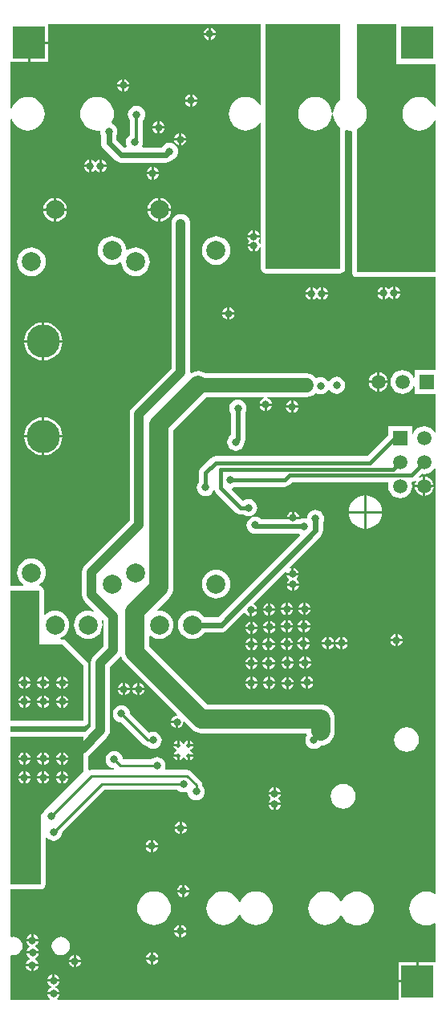
<source format=gbl>
G04 Layer_Physical_Order=2*
G04 Layer_Color=16711680*
%FSLAX25Y25*%
%MOIN*%
G70*
G01*
G75*
%ADD48C,0.01181*%
%ADD49C,0.01969*%
%ADD50C,0.05906*%
%ADD51C,0.03937*%
%ADD53C,0.02362*%
%ADD55C,0.01000*%
%ADD57C,0.07874*%
%ADD58C,0.01575*%
%ADD61R,0.13780X0.13780*%
%ADD62R,0.13780X0.13780*%
%ADD63R,0.05906X0.05906*%
%ADD64C,0.05906*%
%ADD65R,0.05906X0.05906*%
%ADD66C,0.07874*%
%ADD67C,0.13780*%
%ADD68C,0.13780*%
%ADD69C,0.03150*%
%ADD70C,0.03150*%
%ADD71C,0.01969*%
G36*
X14075Y149902D02*
X23720D01*
X32579Y141043D01*
Y117913D01*
X2208D01*
Y172146D01*
X14075D01*
Y149902D01*
D02*
G37*
G36*
X139173Y375919D02*
X138210Y375129D01*
X137339Y374067D01*
X136692Y372857D01*
X136294Y371543D01*
X136198Y370570D01*
X136169Y370272D01*
X135666D01*
X135637Y370570D01*
X135541Y371543D01*
X135143Y372857D01*
X134495Y374067D01*
X133625Y375129D01*
X132563Y375999D01*
X131353Y376646D01*
X130039Y377045D01*
X128673Y377179D01*
X127307Y377045D01*
X125994Y376646D01*
X124783Y375999D01*
X123722Y375129D01*
X122851Y374067D01*
X122204Y372857D01*
X121806Y371543D01*
X121671Y370177D01*
X121806Y368811D01*
X122204Y367498D01*
X122851Y366287D01*
X123722Y365226D01*
X124783Y364355D01*
X125994Y363708D01*
X127307Y363310D01*
X128673Y363175D01*
X130039Y363310D01*
X131353Y363708D01*
X132563Y364355D01*
X133625Y365226D01*
X134495Y366287D01*
X135143Y367498D01*
X135541Y368811D01*
X135637Y369784D01*
X135666Y370082D01*
X136169D01*
X136198Y369784D01*
X136294Y368811D01*
X136692Y367498D01*
X137339Y366287D01*
X138210Y365226D01*
X139173Y364436D01*
Y305807D01*
X108268D01*
Y407339D01*
X139173D01*
Y375919D01*
D02*
G37*
G36*
X32579Y96949D02*
X17139Y81509D01*
X16567Y81071D01*
X16129Y80499D01*
X14665Y79036D01*
Y50000D01*
X2208D01*
Y111417D01*
X32579D01*
Y96949D01*
D02*
G37*
G36*
X106261Y374003D02*
X105776Y373882D01*
X105676Y374067D01*
X104806Y375129D01*
X103745Y375999D01*
X102534Y376646D01*
X101221Y377045D01*
X99854Y377179D01*
X98488Y377045D01*
X97175Y376646D01*
X95964Y375999D01*
X94903Y375129D01*
X94032Y374067D01*
X93385Y372857D01*
X92987Y371543D01*
X92852Y370177D01*
X92987Y368811D01*
X93385Y367498D01*
X94032Y366287D01*
X94903Y365226D01*
X95964Y364355D01*
X97175Y363708D01*
X98488Y363310D01*
X99854Y363175D01*
X101221Y363310D01*
X102534Y363708D01*
X103745Y364355D01*
X104806Y365226D01*
X105676Y366287D01*
X105776Y366473D01*
X106261Y366351D01*
Y316127D01*
X105761Y316094D01*
X105757Y316125D01*
X105497Y316751D01*
X105084Y317289D01*
X104990Y317362D01*
X105399Y317895D01*
X105658Y318521D01*
X105681Y318693D01*
X100619D01*
X100641Y318521D01*
X100901Y317895D01*
X101313Y317357D01*
X101408Y317284D01*
X100999Y316751D01*
X100740Y316125D01*
X100717Y315953D01*
X103248D01*
Y315453D01*
X103748D01*
Y312922D01*
X103920Y312944D01*
X104547Y313204D01*
X105084Y313616D01*
X105497Y314154D01*
X105757Y314781D01*
X105761Y314812D01*
X106261Y314779D01*
Y305807D01*
X106413Y305039D01*
X106849Y304388D01*
X107500Y303953D01*
X108268Y303800D01*
X139173D01*
X139941Y303953D01*
X140593Y304388D01*
X141028Y305039D01*
X141180Y305807D01*
Y363076D01*
X141582Y363374D01*
X141795Y363310D01*
X143161Y363175D01*
X143587Y363217D01*
X143957Y362881D01*
Y349803D01*
X143964Y349771D01*
X143959Y349739D01*
X144154Y343668D01*
Y336169D01*
X144110Y336103D01*
X143957Y335335D01*
Y304429D01*
X144110Y303661D01*
X144545Y303010D01*
X145196Y302575D01*
X145965Y302422D01*
X178895D01*
Y263681D01*
X170079D01*
Y260665D01*
X169579Y260566D01*
X169299Y261242D01*
X168510Y262270D01*
X167482Y263059D01*
X166285Y263555D01*
X165000Y263724D01*
X163715Y263555D01*
X162518Y263059D01*
X161490Y262270D01*
X160701Y261242D01*
X160205Y260045D01*
X160036Y258760D01*
X160205Y257475D01*
X160701Y256278D01*
X161490Y255250D01*
X162518Y254461D01*
X163715Y253965D01*
X165000Y253796D01*
X166285Y253965D01*
X167482Y254461D01*
X168510Y255250D01*
X169299Y256278D01*
X169579Y256954D01*
X170079Y256855D01*
Y253839D01*
X178895D01*
Y237964D01*
X178395Y237864D01*
X178374Y237915D01*
X177585Y238943D01*
X176557Y239732D01*
X175360Y240228D01*
X174075Y240397D01*
X172790Y240228D01*
X171593Y239732D01*
X170565Y238943D01*
X169776Y237915D01*
X169496Y237239D01*
X168996Y237338D01*
Y240354D01*
X159154D01*
Y236707D01*
X150424Y227977D01*
X87402D01*
X86682Y227882D01*
X86012Y227604D01*
X85436Y227162D01*
X81204Y222930D01*
X80762Y222355D01*
X80484Y221684D01*
X80390Y220965D01*
Y217159D01*
X80074Y216748D01*
X79717Y215886D01*
X79596Y214961D01*
X79717Y214036D01*
X80074Y213174D01*
X80642Y212434D01*
X81382Y211866D01*
X82244Y211509D01*
X83169Y211387D01*
X84094Y211509D01*
X84956Y211866D01*
X85697Y212434D01*
X86264Y213174D01*
X86454Y213632D01*
X86995D01*
X87061Y213472D01*
X87503Y212897D01*
X95869Y204531D01*
X96445Y204089D01*
X97115Y203811D01*
X97835Y203716D01*
X98885D01*
X99296Y203401D01*
X100158Y203044D01*
X101083Y202922D01*
X102008Y203044D01*
X102870Y203401D01*
X103610Y203969D01*
X104178Y204709D01*
X104535Y205571D01*
X104657Y206496D01*
X104535Y207421D01*
X104178Y208283D01*
X103610Y209023D01*
X102870Y209591D01*
X102008Y209948D01*
X101083Y210070D01*
X100158Y209948D01*
X99296Y209591D01*
X98942Y209320D01*
X94171Y214091D01*
X94201Y214180D01*
X94386Y214583D01*
X95192Y214917D01*
X95604Y215232D01*
X116043D01*
X116763Y215327D01*
X117433Y215605D01*
X118009Y216046D01*
X119163Y217201D01*
X158973D01*
X159282Y216805D01*
X159278Y216701D01*
X159111Y215433D01*
X159280Y214148D01*
X159776Y212951D01*
X160565Y211923D01*
X161593Y211134D01*
X162790Y210638D01*
X164075Y210469D01*
X165360Y210638D01*
X166557Y211134D01*
X167585Y211923D01*
X168374Y212951D01*
X168869Y214148D01*
X169039Y215433D01*
X168869Y216718D01*
X168824Y216827D01*
X169074Y217260D01*
X169342Y217295D01*
X170012Y217573D01*
X170237Y217745D01*
X170622Y217426D01*
X170224Y216465D01*
X170154Y215933D01*
X173575D01*
Y219354D01*
X173043Y219284D01*
X172225Y218946D01*
X171942Y219369D01*
X173162Y220589D01*
X174075Y220469D01*
X175360Y220638D01*
X176557Y221134D01*
X177585Y221923D01*
X178374Y222951D01*
X178395Y223002D01*
X178895Y222903D01*
Y46418D01*
X178395Y46119D01*
X177629Y46528D01*
X176315Y46927D01*
X174949Y47061D01*
X173583Y46927D01*
X172269Y46528D01*
X171059Y45881D01*
X169998Y45010D01*
X169127Y43949D01*
X168480Y42739D01*
X168081Y41425D01*
X167947Y40059D01*
X168081Y38693D01*
X168480Y37380D01*
X169127Y36169D01*
X169998Y35108D01*
X171059Y34237D01*
X172269Y33590D01*
X173583Y33191D01*
X174949Y33057D01*
X176315Y33191D01*
X177629Y33590D01*
X178395Y33999D01*
X178895Y33700D01*
Y17732D01*
X171760D01*
Y9843D01*
X171260D01*
Y9343D01*
X163370D01*
Y2208D01*
X21623D01*
X21453Y2708D01*
X21817Y2987D01*
X22229Y3524D01*
X22489Y4151D01*
X22512Y4323D01*
X17449D01*
X17472Y4151D01*
X17731Y3524D01*
X18144Y2987D01*
X18507Y2708D01*
X18338Y2208D01*
X2208D01*
Y20424D01*
X2708Y20820D01*
X3347Y20735D01*
X4323Y20864D01*
X5233Y21241D01*
X6014Y21840D01*
X6613Y22622D01*
X6990Y23531D01*
X7119Y24508D01*
X6990Y25484D01*
X6613Y26394D01*
X6014Y27175D01*
X5233Y27775D01*
X4323Y28152D01*
X3347Y28280D01*
X2708Y28196D01*
X2208Y28591D01*
Y47993D01*
X14665D01*
X15434Y48146D01*
X16085Y48581D01*
X16520Y49232D01*
X16672Y50000D01*
Y69549D01*
X17173Y69719D01*
X17552Y69225D01*
X18292Y68657D01*
X19154Y68300D01*
X20079Y68178D01*
X21004Y68300D01*
X21866Y68657D01*
X22606Y69225D01*
X23174Y69965D01*
X23531Y70827D01*
X23653Y71752D01*
X23651Y71765D01*
X41200Y89314D01*
X71481D01*
X71489Y89304D01*
X72229Y88736D01*
X73091Y88379D01*
X74016Y88257D01*
X74941Y88379D01*
X75262Y88512D01*
X75808Y88197D01*
X75879Y87658D01*
X76236Y86796D01*
X76804Y86056D01*
X77544Y85488D01*
X78406Y85131D01*
X79331Y85009D01*
X80256Y85131D01*
X81118Y85488D01*
X81858Y86056D01*
X82426Y86796D01*
X82783Y87658D01*
X82905Y88583D01*
X82783Y89508D01*
X82426Y90370D01*
X81858Y91110D01*
X81848Y91118D01*
Y91339D01*
X81656Y92302D01*
X81111Y93118D01*
X77272Y96957D01*
X76455Y97502D01*
X75492Y97694D01*
X66567D01*
X66289Y98110D01*
X66444Y98484D01*
X66566Y99410D01*
X66444Y100335D01*
X66087Y101196D01*
X65519Y101937D01*
X64779Y102505D01*
X63917Y102862D01*
X62992Y102983D01*
X62067Y102862D01*
X61205Y102505D01*
X60465Y101937D01*
X60457Y101926D01*
X49339D01*
X48849Y101969D01*
X48728Y102893D01*
X48371Y103755D01*
X47803Y104496D01*
X47063Y105064D01*
X46201Y105421D01*
X45276Y105542D01*
X44351Y105421D01*
X43489Y105064D01*
X42748Y104496D01*
X42181Y103755D01*
X41824Y102893D01*
X41702Y101969D01*
X41824Y101044D01*
X42181Y100182D01*
X42748Y99441D01*
X43489Y98874D01*
X44351Y98516D01*
X45133Y98413D01*
X45287Y98194D01*
X45032Y97694D01*
X35728D01*
X35086Y97566D01*
X34586Y97938D01*
Y103527D01*
X34796Y103688D01*
X42276Y111169D01*
X42908Y111991D01*
X43304Y112949D01*
X43439Y113976D01*
Y140481D01*
X47690Y144731D01*
X47762Y144825D01*
X48254Y144736D01*
X48406Y144235D01*
X48954Y143209D01*
X49692Y142310D01*
X71425Y120577D01*
X71199Y120096D01*
X70686Y120028D01*
X70060Y119769D01*
X69522Y119356D01*
X69109Y118818D01*
X68850Y118192D01*
X68827Y118020D01*
X71358D01*
Y117520D01*
X71858D01*
Y114989D01*
X72031Y115011D01*
X72657Y115271D01*
X73195Y115683D01*
X73607Y116221D01*
X73867Y116848D01*
X73934Y117360D01*
X74416Y117586D01*
X77399Y114603D01*
X78298Y113865D01*
X79324Y113317D01*
X80437Y112979D01*
X81595Y112865D01*
X125141D01*
X125184Y112425D01*
X125327Y111954D01*
X125153Y111728D01*
X124796Y110866D01*
X124674Y109941D01*
X124796Y109016D01*
X125153Y108154D01*
X125721Y107414D01*
X126461Y106846D01*
X127323Y106489D01*
X128248Y106367D01*
X129173Y106489D01*
X130035Y106846D01*
X130775Y107414D01*
X130959Y107653D01*
X131004Y107649D01*
X132162Y107763D01*
X133275Y108100D01*
X134301Y108649D01*
X135200Y109387D01*
X135938Y110286D01*
X136486Y111312D01*
X136824Y112425D01*
X136938Y113583D01*
Y118799D01*
X136824Y119957D01*
X136486Y121070D01*
X135938Y122096D01*
X135200Y122995D01*
X134301Y123733D01*
X133275Y124282D01*
X132162Y124619D01*
X131004Y124733D01*
X84052D01*
X59822Y148964D01*
Y153059D01*
X60274Y153273D01*
X60680Y152940D01*
X61706Y152392D01*
X62819Y152054D01*
X63976Y151940D01*
X65134Y152054D01*
X66247Y152392D01*
X67273Y152940D01*
X68173Y153678D01*
X68910Y154577D01*
X69459Y155603D01*
X69797Y156716D01*
X69911Y157874D01*
X69797Y159032D01*
X69459Y160145D01*
X68910Y161171D01*
X68173Y162070D01*
X67273Y162808D01*
X66247Y163356D01*
X65134Y163694D01*
X63976Y163808D01*
X63402Y163752D01*
X63175Y164232D01*
X68074Y169131D01*
X68812Y170030D01*
X69360Y171056D01*
X69698Y172169D01*
X69812Y173327D01*
X69812Y173327D01*
Y238585D01*
X83645Y252418D01*
X107466D01*
X107499Y251918D01*
X107497Y251918D01*
X106871Y251659D01*
X106333Y251246D01*
X105920Y250708D01*
X105661Y250082D01*
X105638Y249909D01*
X110701D01*
X110678Y250082D01*
X110418Y250708D01*
X110006Y251246D01*
X109468Y251659D01*
X108842Y251918D01*
X108840Y251918D01*
X108873Y252418D01*
X125197D01*
X126482Y252587D01*
X127679Y253083D01*
X128707Y253872D01*
X129001Y254256D01*
X129217Y254090D01*
X130079Y253733D01*
X131004Y253611D01*
X131929Y253733D01*
X132791Y254090D01*
X133531Y254658D01*
X134099Y255398D01*
X134146Y255511D01*
X134680Y255493D01*
X135170Y254855D01*
X135910Y254287D01*
X136772Y253930D01*
X137697Y253808D01*
X138622Y253930D01*
X139484Y254287D01*
X140224Y254855D01*
X140792Y255595D01*
X141149Y256457D01*
X141271Y257382D01*
X141149Y258307D01*
X140792Y259169D01*
X140224Y259909D01*
X139484Y260477D01*
X138622Y260834D01*
X137697Y260956D01*
X136772Y260834D01*
X135910Y260477D01*
X135170Y259909D01*
X134602Y259169D01*
X134555Y259055D01*
X134021Y259073D01*
X133531Y259712D01*
X132791Y260280D01*
X131929Y260637D01*
X131004Y260759D01*
X130079Y260637D01*
X129217Y260280D01*
X129191Y260260D01*
X128707Y260892D01*
X127679Y261681D01*
X126482Y262176D01*
X125197Y262346D01*
X83458D01*
X82487Y262864D01*
X81374Y263202D01*
X80217Y263316D01*
X79059Y263202D01*
X77946Y262864D01*
X77391Y262568D01*
X76904Y262875D01*
Y324508D01*
X76769Y325536D01*
X76372Y326493D01*
X75741Y327316D01*
X74919Y327947D01*
X73961Y328344D01*
X72933Y328479D01*
X71905Y328344D01*
X70948Y327947D01*
X70125Y327316D01*
X69494Y326493D01*
X69098Y325536D01*
X68962Y324508D01*
Y264243D01*
X52802Y248083D01*
X52171Y247261D01*
X51775Y246303D01*
X51639Y245276D01*
Y201153D01*
X33117Y182631D01*
X32486Y181808D01*
X32090Y180851D01*
X31954Y179823D01*
Y170276D01*
X32090Y169248D01*
X32486Y168290D01*
X33117Y167468D01*
X36700Y163885D01*
X36435Y163443D01*
X35607Y163694D01*
X34449Y163808D01*
X33291Y163694D01*
X32178Y163356D01*
X31152Y162808D01*
X30253Y162070D01*
X29515Y161171D01*
X28967Y160145D01*
X28629Y159032D01*
X28515Y157874D01*
X28629Y156716D01*
X28967Y155603D01*
X29515Y154577D01*
X30253Y153678D01*
X31152Y152940D01*
X32178Y152392D01*
X33291Y152054D01*
X34449Y151940D01*
X35607Y152054D01*
X36720Y152392D01*
X37746Y152940D01*
X38645Y153678D01*
X39383Y154577D01*
X39931Y155603D01*
X40269Y156716D01*
X40383Y157874D01*
X40269Y159032D01*
X40018Y159860D01*
X40460Y160125D01*
X40911Y159674D01*
Y149184D01*
X36661Y144934D01*
X36030Y144112D01*
X35633Y143154D01*
X35498Y142126D01*
Y115621D01*
X33181Y113305D01*
X32579Y113424D01*
X2208D01*
Y115906D01*
X32579D01*
X33347Y116059D01*
X33998Y116494D01*
X34433Y117145D01*
X34586Y117913D01*
Y141043D01*
X34433Y141811D01*
X33998Y142463D01*
X25140Y151321D01*
X24489Y151756D01*
X23720Y151909D01*
X23070D01*
X22940Y152392D01*
X23966Y152940D01*
X24865Y153678D01*
X25603Y154577D01*
X26152Y155603D01*
X26489Y156716D01*
X26603Y157874D01*
X26489Y159032D01*
X26152Y160145D01*
X25603Y161171D01*
X24865Y162070D01*
X23966Y162808D01*
X22940Y163356D01*
X21827Y163694D01*
X20669Y163808D01*
X19512Y163694D01*
X18398Y163356D01*
X17372Y162808D01*
X16582Y162159D01*
X16082Y162318D01*
Y172146D01*
X15929Y172914D01*
X15494Y173565D01*
X14843Y174000D01*
X14282Y174111D01*
X14185Y174409D01*
X14182Y174641D01*
X15023Y175332D01*
X15761Y176231D01*
X16309Y177257D01*
X16647Y178370D01*
X16761Y179528D01*
X16647Y180685D01*
X16309Y181799D01*
X15761Y182824D01*
X15023Y183724D01*
X14124Y184462D01*
X13098Y185010D01*
X11985Y185348D01*
X10827Y185462D01*
X9669Y185348D01*
X8556Y185010D01*
X7530Y184462D01*
X6631Y183724D01*
X5893Y182824D01*
X5344Y181799D01*
X5007Y180685D01*
X4893Y179528D01*
X5007Y178370D01*
X5344Y177257D01*
X5893Y176231D01*
X6631Y175332D01*
X7458Y174653D01*
X7392Y174153D01*
X2208D01*
Y367839D01*
X2708Y367914D01*
X2834Y367498D01*
X3481Y366287D01*
X4352Y365226D01*
X5413Y364355D01*
X6624Y363708D01*
X7937Y363310D01*
X9303Y363175D01*
X10669Y363310D01*
X11983Y363708D01*
X13193Y364355D01*
X14254Y365226D01*
X15125Y366287D01*
X15772Y367498D01*
X16171Y368811D01*
X16305Y370177D01*
X16171Y371543D01*
X15772Y372857D01*
X15125Y374067D01*
X14254Y375129D01*
X13193Y375999D01*
X11983Y376646D01*
X10669Y377045D01*
X9303Y377179D01*
X7937Y377045D01*
X6624Y376646D01*
X5413Y375999D01*
X4352Y375129D01*
X3481Y374067D01*
X2834Y372857D01*
X2708Y372441D01*
X2208Y372515D01*
Y391717D01*
X9343D01*
Y399606D01*
X9843D01*
Y400106D01*
X17732D01*
Y407339D01*
X106261D01*
Y374003D01*
D02*
G37*
G36*
X162402Y390748D02*
X178895D01*
Y373051D01*
X178395Y372960D01*
X177803Y374067D01*
X176932Y375129D01*
X175871Y375999D01*
X174660Y376646D01*
X173346Y377045D01*
X171980Y377179D01*
X170614Y377045D01*
X169301Y376646D01*
X168090Y375999D01*
X167029Y375129D01*
X166158Y374067D01*
X165511Y372857D01*
X165113Y371543D01*
X164978Y370177D01*
X165113Y368811D01*
X165511Y367498D01*
X166158Y366287D01*
X167029Y365226D01*
X168090Y364355D01*
X169301Y363708D01*
X170614Y363310D01*
X171980Y363175D01*
X173346Y363310D01*
X174660Y363708D01*
X175871Y364355D01*
X176932Y365226D01*
X177803Y366287D01*
X178395Y367395D01*
X178895Y367304D01*
Y304429D01*
X145965D01*
Y335335D01*
X146161Y335532D01*
Y343701D01*
X145965Y349803D01*
Y363774D01*
X147052Y364355D01*
X148113Y365226D01*
X148984Y366287D01*
X149631Y367498D01*
X150029Y368811D01*
X150164Y370177D01*
X150029Y371543D01*
X149631Y372857D01*
X148984Y374067D01*
X148113Y375129D01*
X147052Y375999D01*
X145965Y376580D01*
Y407339D01*
X162402D01*
Y390748D01*
D02*
G37*
%LPC*%
G36*
X112177Y133260D02*
X110146D01*
Y131229D01*
X110318Y131251D01*
X110944Y131511D01*
X111482Y131923D01*
X111895Y132461D01*
X112154Y133088D01*
X112177Y133260D01*
D02*
G37*
G36*
X109146D02*
X107115D01*
X107137Y133088D01*
X107397Y132461D01*
X107809Y131923D01*
X108347Y131511D01*
X108974Y131251D01*
X109146Y131229D01*
Y133260D01*
D02*
G37*
G36*
X116823Y133161D02*
X114792D01*
X114814Y132989D01*
X115074Y132363D01*
X115487Y131825D01*
X116024Y131412D01*
X116651Y131153D01*
X116823Y131130D01*
Y133161D01*
D02*
G37*
G36*
X57846Y130701D02*
X55815D01*
Y128670D01*
X55987Y128692D01*
X56613Y128952D01*
X57151Y129365D01*
X57564Y129902D01*
X57823Y130529D01*
X57846Y130701D01*
D02*
G37*
G36*
X119854Y133161D02*
X117823D01*
Y131130D01*
X117995Y131153D01*
X118621Y131412D01*
X119159Y131825D01*
X119572Y132363D01*
X119831Y132989D01*
X119854Y133161D01*
D02*
G37*
G36*
X104795Y133260D02*
X102764D01*
Y131229D01*
X102936Y131251D01*
X103562Y131511D01*
X104100Y131923D01*
X104513Y132461D01*
X104772Y133088D01*
X104795Y133260D01*
D02*
G37*
G36*
X101764D02*
X99733D01*
X99755Y133088D01*
X100015Y132461D01*
X100427Y131923D01*
X100965Y131511D01*
X101592Y131251D01*
X101764Y131229D01*
Y133260D01*
D02*
G37*
G36*
X7374Y133358D02*
X5343D01*
X5365Y133186D01*
X5625Y132560D01*
X6038Y132022D01*
X6576Y131609D01*
X7202Y131350D01*
X7374Y131327D01*
Y133358D01*
D02*
G37*
G36*
X127925Y133555D02*
X125894D01*
Y131524D01*
X126066Y131547D01*
X126692Y131806D01*
X127230Y132219D01*
X127643Y132757D01*
X127902Y133383D01*
X127925Y133555D01*
D02*
G37*
G36*
X124894D02*
X122863D01*
X122885Y133383D01*
X123145Y132757D01*
X123557Y132219D01*
X124095Y131806D01*
X124722Y131547D01*
X124894Y131524D01*
Y133555D01*
D02*
G37*
G36*
X49713Y133732D02*
Y131701D01*
X51744D01*
X51721Y131873D01*
X51462Y132499D01*
X51049Y133037D01*
X50511Y133450D01*
X49885Y133709D01*
X49713Y133732D01*
D02*
G37*
G36*
X48713D02*
X48540Y133709D01*
X47914Y133450D01*
X47376Y133037D01*
X46964Y132499D01*
X46704Y131873D01*
X46681Y131701D01*
X48713D01*
Y133732D01*
D02*
G37*
G36*
X26153Y133358D02*
X24122D01*
Y131327D01*
X24294Y131350D01*
X24921Y131609D01*
X25458Y132022D01*
X25871Y132560D01*
X26131Y133186D01*
X26153Y133358D01*
D02*
G37*
G36*
X15248D02*
X13217D01*
X13239Y133186D01*
X13499Y132560D01*
X13912Y132022D01*
X14450Y131609D01*
X15076Y131350D01*
X15248Y131327D01*
Y133358D01*
D02*
G37*
G36*
X10405D02*
X8374D01*
Y131327D01*
X8546Y131350D01*
X9173Y131609D01*
X9710Y132022D01*
X10123Y132560D01*
X10383Y133186D01*
X10405Y133358D01*
D02*
G37*
G36*
X23122D02*
X21091D01*
X21114Y133186D01*
X21373Y132560D01*
X21786Y132022D01*
X22324Y131609D01*
X22950Y131350D01*
X23122Y131327D01*
Y133358D01*
D02*
G37*
G36*
X18279D02*
X16248D01*
Y131327D01*
X16420Y131350D01*
X17047Y131609D01*
X17584Y132022D01*
X17997Y132560D01*
X18257Y133186D01*
X18279Y133358D01*
D02*
G37*
G36*
Y125484D02*
X16248D01*
Y123453D01*
X16420Y123476D01*
X17047Y123735D01*
X17584Y124148D01*
X17997Y124686D01*
X18257Y125312D01*
X18279Y125484D01*
D02*
G37*
G36*
X15248D02*
X13217D01*
X13239Y125312D01*
X13499Y124686D01*
X13912Y124148D01*
X14450Y123735D01*
X15076Y123476D01*
X15248Y123453D01*
Y125484D01*
D02*
G37*
G36*
X26153D02*
X24122D01*
Y123453D01*
X24294Y123476D01*
X24921Y123735D01*
X25458Y124148D01*
X25871Y124686D01*
X26131Y125312D01*
X26153Y125484D01*
D02*
G37*
G36*
X23122D02*
X21091D01*
X21114Y125312D01*
X21373Y124686D01*
X21786Y124148D01*
X22324Y123735D01*
X22950Y123476D01*
X23122Y123453D01*
Y125484D01*
D02*
G37*
G36*
X10405D02*
X8374D01*
Y123453D01*
X8546Y123476D01*
X9173Y123735D01*
X9710Y124148D01*
X10123Y124686D01*
X10383Y125312D01*
X10405Y125484D01*
D02*
G37*
G36*
X75681Y109798D02*
X75407Y109743D01*
X74751Y109305D01*
X74312Y108648D01*
X74271Y108440D01*
X73761D01*
X73720Y108648D01*
X73281Y109305D01*
X72625Y109743D01*
X72351Y109798D01*
Y107874D01*
X71851D01*
Y107374D01*
X69927D01*
X69981Y107100D01*
X70420Y106444D01*
X71076Y106005D01*
X71284Y105964D01*
Y105454D01*
X71076Y105412D01*
X70420Y104974D01*
X69981Y104318D01*
X69927Y104043D01*
X71851D01*
Y103543D01*
X72351D01*
Y101620D01*
X72625Y101674D01*
X73281Y102113D01*
X73720Y102769D01*
X73761Y102977D01*
X74271D01*
X74312Y102769D01*
X74751Y102113D01*
X75407Y101674D01*
X75681Y101620D01*
Y103543D01*
X76181D01*
Y104043D01*
X78105D01*
X78050Y104318D01*
X77612Y104974D01*
X76955Y105412D01*
X76748Y105454D01*
Y105964D01*
X76955Y106005D01*
X77612Y106444D01*
X78050Y107100D01*
X78105Y107374D01*
X76181D01*
Y107874D01*
X75681D01*
Y109798D01*
D02*
G37*
G36*
X76681D02*
Y108374D01*
X78105D01*
X78050Y108648D01*
X77612Y109305D01*
X76955Y109743D01*
X76681Y109798D01*
D02*
G37*
G36*
X7374Y125484D02*
X5343D01*
X5365Y125312D01*
X5625Y124686D01*
X6038Y124148D01*
X6576Y123735D01*
X7202Y123476D01*
X7374Y123453D01*
Y125484D01*
D02*
G37*
G36*
X70858Y117020D02*
X68827D01*
X68850Y116848D01*
X69109Y116221D01*
X69522Y115683D01*
X70060Y115271D01*
X70686Y115011D01*
X70858Y114989D01*
Y117020D01*
D02*
G37*
G36*
X48713Y130701D02*
X46681D01*
X46704Y130529D01*
X46964Y129902D01*
X47376Y129365D01*
X47914Y128952D01*
X48540Y128692D01*
X48713Y128670D01*
Y130701D01*
D02*
G37*
G36*
X24122Y128516D02*
Y126484D01*
X26153D01*
X26131Y126656D01*
X25871Y127283D01*
X25458Y127821D01*
X24921Y128233D01*
X24294Y128493D01*
X24122Y128516D01*
D02*
G37*
G36*
X54815Y130701D02*
X52784D01*
X52807Y130529D01*
X53066Y129902D01*
X53479Y129365D01*
X54017Y128952D01*
X54643Y128692D01*
X54815Y128670D01*
Y130701D01*
D02*
G37*
G36*
X51744D02*
X49713D01*
Y128670D01*
X49885Y128692D01*
X50511Y128952D01*
X51049Y129365D01*
X51462Y129902D01*
X51721Y130529D01*
X51744Y130701D01*
D02*
G37*
G36*
X23122Y128516D02*
X22950Y128493D01*
X22324Y128233D01*
X21786Y127821D01*
X21373Y127283D01*
X21114Y126656D01*
X21091Y126484D01*
X23122D01*
Y128516D01*
D02*
G37*
G36*
X8374D02*
Y126484D01*
X10405D01*
X10383Y126656D01*
X10123Y127283D01*
X9710Y127821D01*
X9173Y128233D01*
X8546Y128493D01*
X8374Y128516D01*
D02*
G37*
G36*
X7374D02*
X7202Y128493D01*
X6576Y128233D01*
X6038Y127821D01*
X5625Y127283D01*
X5365Y126656D01*
X5343Y126484D01*
X7374D01*
Y128516D01*
D02*
G37*
G36*
X16248D02*
Y126484D01*
X18279D01*
X18257Y126656D01*
X17997Y127283D01*
X17584Y127821D01*
X17047Y128233D01*
X16420Y128493D01*
X16248Y128516D01*
D02*
G37*
G36*
X15248D02*
X15076Y128493D01*
X14450Y128233D01*
X13912Y127821D01*
X13499Y127283D01*
X13239Y126656D01*
X13217Y126484D01*
X15248D01*
Y128516D01*
D02*
G37*
G36*
X101764Y144559D02*
X101592Y144536D01*
X100965Y144277D01*
X100427Y143864D01*
X100015Y143326D01*
X99755Y142700D01*
X99733Y142528D01*
X101764D01*
Y144559D01*
D02*
G37*
G36*
X127039Y141725D02*
X125008D01*
Y139693D01*
X125180Y139716D01*
X125806Y139975D01*
X126344Y140388D01*
X126757Y140926D01*
X127016Y141552D01*
X127039Y141725D01*
D02*
G37*
G36*
X108949Y144559D02*
X108777Y144536D01*
X108150Y144277D01*
X107613Y143864D01*
X107200Y143326D01*
X106940Y142700D01*
X106918Y142528D01*
X108949D01*
Y144559D01*
D02*
G37*
G36*
X102764D02*
Y142528D01*
X104795D01*
X104772Y142700D01*
X104513Y143326D01*
X104100Y143864D01*
X103562Y144277D01*
X102936Y144536D01*
X102764Y144559D01*
D02*
G37*
G36*
X124008Y141725D02*
X121977D01*
X121999Y141552D01*
X122259Y140926D01*
X122672Y140388D01*
X123209Y139975D01*
X123836Y139716D01*
X124008Y139693D01*
Y141725D01*
D02*
G37*
G36*
X111980Y141528D02*
X109949D01*
Y139496D01*
X110121Y139519D01*
X110747Y139778D01*
X111285Y140191D01*
X111698Y140729D01*
X111957Y141355D01*
X111980Y141528D01*
D02*
G37*
G36*
X108949D02*
X106918D01*
X106940Y141355D01*
X107200Y140729D01*
X107613Y140191D01*
X108150Y139778D01*
X108777Y139519D01*
X108949Y139496D01*
Y141528D01*
D02*
G37*
G36*
X119756Y141626D02*
X117725D01*
Y139595D01*
X117897Y139618D01*
X118523Y139877D01*
X119061Y140290D01*
X119474Y140828D01*
X119733Y141454D01*
X119756Y141626D01*
D02*
G37*
G36*
X116725D02*
X114693D01*
X114716Y141454D01*
X114975Y140828D01*
X115388Y140290D01*
X115926Y139877D01*
X116552Y139618D01*
X116725Y139595D01*
Y141626D01*
D02*
G37*
G36*
X104795Y149303D02*
X102764D01*
Y147272D01*
X102936Y147295D01*
X103562Y147554D01*
X104100Y147967D01*
X104513Y148505D01*
X104772Y149131D01*
X104795Y149303D01*
D02*
G37*
G36*
X101764D02*
X99733D01*
X99755Y149131D01*
X100015Y148505D01*
X100427Y147967D01*
X100965Y147554D01*
X101592Y147295D01*
X101764Y147272D01*
Y149303D01*
D02*
G37*
G36*
X111980D02*
X109949D01*
Y147272D01*
X110121Y147295D01*
X110747Y147554D01*
X111285Y147967D01*
X111698Y148505D01*
X111957Y149131D01*
X111980Y149303D01*
D02*
G37*
G36*
X108949D02*
X106918D01*
X106940Y149131D01*
X107200Y148505D01*
X107613Y147967D01*
X108150Y147554D01*
X108777Y147295D01*
X108949Y147272D01*
Y149303D01*
D02*
G37*
G36*
X125008Y144756D02*
Y142725D01*
X127039D01*
X127016Y142897D01*
X126757Y143523D01*
X126344Y144061D01*
X125806Y144474D01*
X125180Y144733D01*
X125008Y144756D01*
D02*
G37*
G36*
X116725Y144657D02*
X116552Y144635D01*
X115926Y144375D01*
X115388Y143962D01*
X114975Y143424D01*
X114716Y142798D01*
X114693Y142626D01*
X116725D01*
Y144657D01*
D02*
G37*
G36*
X109949Y144559D02*
Y142528D01*
X111980D01*
X111957Y142700D01*
X111698Y143326D01*
X111285Y143864D01*
X110747Y144277D01*
X110121Y144536D01*
X109949Y144559D01*
D02*
G37*
G36*
X124008Y144756D02*
X123836Y144733D01*
X123209Y144474D01*
X122672Y144061D01*
X122259Y143523D01*
X121999Y142897D01*
X121977Y142725D01*
X124008D01*
Y144756D01*
D02*
G37*
G36*
X117725Y144657D02*
Y142626D01*
X119756D01*
X119733Y142798D01*
X119474Y143424D01*
X119061Y143962D01*
X118523Y144375D01*
X117897Y144635D01*
X117725Y144657D01*
D02*
G37*
G36*
X109146Y136291D02*
X108974Y136268D01*
X108347Y136009D01*
X107809Y135596D01*
X107397Y135058D01*
X107137Y134432D01*
X107115Y134260D01*
X109146D01*
Y136291D01*
D02*
G37*
G36*
X102764D02*
Y134260D01*
X104795D01*
X104772Y134432D01*
X104513Y135058D01*
X104100Y135596D01*
X103562Y136009D01*
X102936Y136268D01*
X102764Y136291D01*
D02*
G37*
G36*
X7374Y136390D02*
X7202Y136367D01*
X6576Y136107D01*
X6038Y135695D01*
X5625Y135157D01*
X5365Y134530D01*
X5343Y134358D01*
X7374D01*
Y136390D01*
D02*
G37*
G36*
X110146Y136291D02*
Y134260D01*
X112177D01*
X112154Y134432D01*
X111895Y135058D01*
X111482Y135596D01*
X110944Y136009D01*
X110318Y136268D01*
X110146Y136291D01*
D02*
G37*
G36*
X101764D02*
X101592Y136268D01*
X100965Y136009D01*
X100427Y135596D01*
X100015Y135058D01*
X99755Y134432D01*
X99733Y134260D01*
X101764D01*
Y136291D01*
D02*
G37*
G36*
X55815Y133732D02*
Y131701D01*
X57846D01*
X57823Y131873D01*
X57564Y132499D01*
X57151Y133037D01*
X56613Y133450D01*
X55987Y133709D01*
X55815Y133732D01*
D02*
G37*
G36*
X54815D02*
X54643Y133709D01*
X54017Y133450D01*
X53479Y133037D01*
X53066Y132499D01*
X52807Y131873D01*
X52784Y131701D01*
X54815D01*
Y133732D01*
D02*
G37*
G36*
X117823Y136193D02*
Y134161D01*
X119854D01*
X119831Y134334D01*
X119572Y134960D01*
X119159Y135498D01*
X118621Y135911D01*
X117995Y136170D01*
X117823Y136193D01*
D02*
G37*
G36*
X116823D02*
X116651Y136170D01*
X116024Y135911D01*
X115487Y135498D01*
X115074Y134960D01*
X114814Y134334D01*
X114792Y134161D01*
X116823D01*
Y136193D01*
D02*
G37*
G36*
X125894Y136586D02*
Y134555D01*
X127925D01*
X127902Y134727D01*
X127643Y135354D01*
X127230Y135891D01*
X126692Y136304D01*
X126066Y136564D01*
X125894Y136586D01*
D02*
G37*
G36*
X124894D02*
X124722Y136564D01*
X124095Y136304D01*
X123557Y135891D01*
X123145Y135354D01*
X122885Y134727D01*
X122863Y134555D01*
X124894D01*
Y136586D01*
D02*
G37*
G36*
X104795Y141528D02*
X102764D01*
Y139496D01*
X102936Y139519D01*
X103562Y139778D01*
X104100Y140191D01*
X104513Y140729D01*
X104772Y141355D01*
X104795Y141528D01*
D02*
G37*
G36*
X101764D02*
X99733D01*
X99755Y141355D01*
X100015Y140729D01*
X100427Y140191D01*
X100965Y139778D01*
X101592Y139519D01*
X101764Y139496D01*
Y141528D01*
D02*
G37*
G36*
X24122Y136390D02*
Y134358D01*
X26153D01*
X26131Y134530D01*
X25871Y135157D01*
X25458Y135695D01*
X24921Y136107D01*
X24294Y136367D01*
X24122Y136390D01*
D02*
G37*
G36*
X15248D02*
X15076Y136367D01*
X14450Y136107D01*
X13912Y135695D01*
X13499Y135157D01*
X13239Y134530D01*
X13217Y134358D01*
X15248D01*
Y136390D01*
D02*
G37*
G36*
X8374D02*
Y134358D01*
X10405D01*
X10383Y134530D01*
X10123Y135157D01*
X9710Y135695D01*
X9173Y136107D01*
X8546Y136367D01*
X8374Y136390D01*
D02*
G37*
G36*
X23122D02*
X22950Y136367D01*
X22324Y136107D01*
X21786Y135695D01*
X21373Y135157D01*
X21114Y134530D01*
X21091Y134358D01*
X23122D01*
Y136390D01*
D02*
G37*
G36*
X16248D02*
Y134358D01*
X18279D01*
X18257Y134530D01*
X17997Y135157D01*
X17584Y135695D01*
X17047Y136107D01*
X16420Y136367D01*
X16248Y136390D01*
D02*
G37*
G36*
X71351Y109798D02*
X71076Y109743D01*
X70420Y109305D01*
X69981Y108648D01*
X69927Y108374D01*
X71351D01*
Y109798D01*
D02*
G37*
G36*
X61780Y47160D02*
X60413Y47025D01*
X59100Y46627D01*
X57889Y45980D01*
X56828Y45109D01*
X55957Y44048D01*
X55310Y42837D01*
X54912Y41524D01*
X54777Y40157D01*
X54912Y38791D01*
X55310Y37478D01*
X55957Y36267D01*
X56828Y35206D01*
X57889Y34335D01*
X59100Y33688D01*
X60413Y33290D01*
X61780Y33155D01*
X63146Y33290D01*
X64459Y33688D01*
X65670Y34335D01*
X66731Y35206D01*
X67602Y36267D01*
X68249Y37478D01*
X68647Y38791D01*
X68782Y40157D01*
X68647Y41524D01*
X68249Y42837D01*
X67602Y44048D01*
X66731Y45109D01*
X65670Y45980D01*
X64459Y46627D01*
X63146Y47025D01*
X61780Y47160D01*
D02*
G37*
G36*
X132921D02*
X131555Y47025D01*
X130242Y46627D01*
X129031Y45980D01*
X127970Y45109D01*
X127099Y44048D01*
X126452Y42837D01*
X126054Y41524D01*
X125919Y40157D01*
X126054Y38791D01*
X126452Y37478D01*
X127099Y36267D01*
X127970Y35206D01*
X129031Y34335D01*
X130242Y33688D01*
X131555Y33290D01*
X132921Y33155D01*
X134287Y33290D01*
X135601Y33688D01*
X136811Y34335D01*
X137873Y35206D01*
X138743Y36267D01*
X139219Y37156D01*
X139783Y37151D01*
X140308Y36169D01*
X141179Y35108D01*
X142240Y34237D01*
X143450Y33590D01*
X144764Y33191D01*
X146130Y33057D01*
X147496Y33191D01*
X148810Y33590D01*
X150020Y34237D01*
X151081Y35108D01*
X151952Y36169D01*
X152599Y37380D01*
X152998Y38693D01*
X153132Y40059D01*
X152998Y41425D01*
X152599Y42739D01*
X151952Y43949D01*
X151081Y45010D01*
X150020Y45881D01*
X148810Y46528D01*
X147496Y46927D01*
X146130Y47061D01*
X144764Y46927D01*
X143450Y46528D01*
X142240Y45881D01*
X141179Y45010D01*
X140308Y43949D01*
X139833Y43060D01*
X139269Y43066D01*
X138743Y44048D01*
X137873Y45109D01*
X136811Y45980D01*
X135601Y46627D01*
X134287Y47025D01*
X132921Y47160D01*
D02*
G37*
G36*
X73417Y46843D02*
X71386D01*
X71409Y46670D01*
X71668Y46044D01*
X72081Y45506D01*
X72619Y45094D01*
X73245Y44834D01*
X73417Y44811D01*
Y46843D01*
D02*
G37*
G36*
X104102Y47160D02*
X102736Y47025D01*
X101423Y46627D01*
X100212Y45980D01*
X99151Y45109D01*
X98280Y44048D01*
X97633Y42837D01*
X97601Y42729D01*
X97100D01*
X97068Y42837D01*
X96421Y44048D01*
X95550Y45109D01*
X94489Y45980D01*
X93278Y46627D01*
X91965Y47025D01*
X90598Y47160D01*
X89232Y47025D01*
X87919Y46627D01*
X86708Y45980D01*
X85647Y45109D01*
X84776Y44048D01*
X84129Y42837D01*
X83731Y41524D01*
X83596Y40157D01*
X83731Y38791D01*
X84129Y37478D01*
X84776Y36267D01*
X85647Y35206D01*
X86708Y34335D01*
X87919Y33688D01*
X89232Y33290D01*
X90598Y33155D01*
X91965Y33290D01*
X93278Y33688D01*
X94489Y34335D01*
X95550Y35206D01*
X96421Y36267D01*
X97068Y37478D01*
X97100Y37586D01*
X97601D01*
X97633Y37478D01*
X98280Y36267D01*
X99151Y35206D01*
X100212Y34335D01*
X101423Y33688D01*
X102736Y33290D01*
X104102Y33155D01*
X105468Y33290D01*
X106782Y33688D01*
X107993Y34335D01*
X109054Y35206D01*
X109924Y36267D01*
X110572Y37478D01*
X110970Y38791D01*
X111105Y40157D01*
X110970Y41524D01*
X110572Y42837D01*
X109924Y44048D01*
X109054Y45109D01*
X107993Y45980D01*
X106782Y46627D01*
X105468Y47025D01*
X104102Y47160D01*
D02*
G37*
G36*
X73236Y33240D02*
Y31209D01*
X75267D01*
X75245Y31381D01*
X74985Y32007D01*
X74573Y32545D01*
X74035Y32958D01*
X73408Y33217D01*
X73236Y33240D01*
D02*
G37*
G36*
X72236Y30209D02*
X70205D01*
X70228Y30037D01*
X70487Y29410D01*
X70900Y28872D01*
X71438Y28460D01*
X72064Y28200D01*
X72236Y28177D01*
Y30209D01*
D02*
G37*
G36*
X11721Y29401D02*
Y27370D01*
X13752D01*
X13729Y27542D01*
X13470Y28169D01*
X13057Y28706D01*
X12519Y29119D01*
X11893Y29379D01*
X11721Y29401D01*
D02*
G37*
G36*
X72236Y33240D02*
X72064Y33217D01*
X71438Y32958D01*
X70900Y32545D01*
X70487Y32007D01*
X70228Y31381D01*
X70205Y31209D01*
X72236D01*
Y33240D01*
D02*
G37*
G36*
X75267Y30209D02*
X73236D01*
Y28177D01*
X73408Y28200D01*
X74035Y28460D01*
X74573Y28872D01*
X74985Y29410D01*
X75245Y30037D01*
X75267Y30209D01*
D02*
G37*
G36*
X61327Y68575D02*
Y66543D01*
X63358D01*
X63335Y66716D01*
X63076Y67342D01*
X62663Y67880D01*
X62125Y68292D01*
X61499Y68552D01*
X61327Y68575D01*
D02*
G37*
G36*
X60327D02*
X60155Y68552D01*
X59528Y68292D01*
X58990Y67880D01*
X58578Y67342D01*
X58318Y66716D01*
X58296Y66543D01*
X60327D01*
Y68575D01*
D02*
G37*
G36*
X75366Y73024D02*
X73335D01*
Y70992D01*
X73507Y71015D01*
X74133Y71275D01*
X74671Y71687D01*
X75084Y72225D01*
X75343Y72852D01*
X75366Y73024D01*
D02*
G37*
G36*
X72335D02*
X70303D01*
X70326Y72852D01*
X70586Y72225D01*
X70998Y71687D01*
X71536Y71275D01*
X72162Y71015D01*
X72335Y70992D01*
Y73024D01*
D02*
G37*
G36*
X63358Y65543D02*
X61327D01*
Y63512D01*
X61499Y63535D01*
X62125Y63794D01*
X62663Y64207D01*
X63076Y64745D01*
X63335Y65371D01*
X63358Y65543D01*
D02*
G37*
G36*
X73417Y49874D02*
X73245Y49851D01*
X72619Y49592D01*
X72081Y49179D01*
X71668Y48641D01*
X71409Y48015D01*
X71386Y47843D01*
X73417D01*
Y49874D01*
D02*
G37*
G36*
X76449Y46843D02*
X74417D01*
Y44811D01*
X74590Y44834D01*
X75216Y45094D01*
X75754Y45506D01*
X76166Y46044D01*
X76426Y46670D01*
X76449Y46843D01*
D02*
G37*
G36*
X60327Y65543D02*
X58296D01*
X58318Y65371D01*
X58578Y64745D01*
X58990Y64207D01*
X59528Y63794D01*
X60155Y63535D01*
X60327Y63512D01*
Y65543D01*
D02*
G37*
G36*
X74417Y49874D02*
Y47843D01*
X76449D01*
X76426Y48015D01*
X76166Y48641D01*
X75754Y49179D01*
X75216Y49592D01*
X74590Y49851D01*
X74417Y49874D01*
D02*
G37*
G36*
X28437Y17709D02*
X26406D01*
X26428Y17537D01*
X26688Y16910D01*
X27101Y16372D01*
X27639Y15960D01*
X28265Y15700D01*
X28437Y15677D01*
Y17709D01*
D02*
G37*
G36*
X13653Y16036D02*
X11622D01*
Y14004D01*
X11794Y14027D01*
X12421Y14286D01*
X12958Y14699D01*
X13371Y15237D01*
X13631Y15863D01*
X13653Y16036D01*
D02*
G37*
G36*
X60563Y18831D02*
X58532D01*
X58555Y18659D01*
X58814Y18032D01*
X59227Y17494D01*
X59764Y17082D01*
X60391Y16822D01*
X60563Y16800D01*
Y18831D01*
D02*
G37*
G36*
X31468Y17709D02*
X29437D01*
Y15677D01*
X29609Y15700D01*
X30236Y15960D01*
X30773Y16372D01*
X31186Y16910D01*
X31446Y17537D01*
X31468Y17709D01*
D02*
G37*
G36*
X10622Y16036D02*
X8591D01*
X8614Y15863D01*
X8873Y15237D01*
X9286Y14699D01*
X9824Y14286D01*
X10450Y14027D01*
X10622Y14004D01*
Y16036D01*
D02*
G37*
G36*
X170760Y17732D02*
X163370D01*
Y10343D01*
X170760D01*
Y17732D01*
D02*
G37*
G36*
X22512Y9638D02*
X17449D01*
X17472Y9466D01*
X17731Y8839D01*
X18144Y8302D01*
X18682Y7889D01*
X19015Y7751D01*
Y7210D01*
X18682Y7072D01*
X18144Y6659D01*
X17731Y6121D01*
X17472Y5495D01*
X17449Y5323D01*
X22512D01*
X22489Y5495D01*
X22229Y6121D01*
X21817Y6659D01*
X21279Y7072D01*
X20946Y7210D01*
Y7751D01*
X21279Y7889D01*
X21817Y8302D01*
X22229Y8839D01*
X22489Y9466D01*
X22512Y9638D01*
D02*
G37*
G36*
X20480Y12669D02*
Y10638D01*
X22512D01*
X22489Y10810D01*
X22229Y11436D01*
X21817Y11974D01*
X21279Y12387D01*
X20652Y12646D01*
X20480Y12669D01*
D02*
G37*
G36*
X19480D02*
X19308Y12646D01*
X18682Y12387D01*
X18144Y11974D01*
X17731Y11436D01*
X17472Y10810D01*
X17449Y10638D01*
X19480D01*
Y12669D01*
D02*
G37*
G36*
X23031Y28280D02*
X22055Y28152D01*
X21145Y27775D01*
X20364Y27175D01*
X19764Y26394D01*
X19388Y25484D01*
X19259Y24508D01*
X19388Y23531D01*
X19764Y22622D01*
X20364Y21840D01*
X21145Y21241D01*
X22055Y20864D01*
X23031Y20735D01*
X24008Y20864D01*
X24918Y21241D01*
X25699Y21840D01*
X26299Y22622D01*
X26675Y23531D01*
X26804Y24508D01*
X26675Y25484D01*
X26299Y26394D01*
X25699Y27175D01*
X24918Y27775D01*
X24008Y28152D01*
X23031Y28280D01*
D02*
G37*
G36*
X61563Y21862D02*
Y19831D01*
X63594D01*
X63572Y20003D01*
X63312Y20629D01*
X62899Y21167D01*
X62362Y21580D01*
X61735Y21839D01*
X61563Y21862D01*
D02*
G37*
G36*
X10721Y29401D02*
X10548Y29379D01*
X9922Y29119D01*
X9384Y28706D01*
X8971Y28169D01*
X8712Y27542D01*
X8689Y27370D01*
X10721D01*
Y29401D01*
D02*
G37*
G36*
X13752Y26370D02*
X8689D01*
X8712Y26198D01*
X8971Y25572D01*
X9384Y25034D01*
X9922Y24621D01*
X10115Y24541D01*
X10119Y24001D01*
X9581Y23588D01*
X9168Y23051D01*
X8909Y22424D01*
X8886Y22252D01*
X13949D01*
X13926Y22424D01*
X13667Y23051D01*
X13254Y23588D01*
X12716Y24001D01*
X12522Y24081D01*
X12519Y24621D01*
X13057Y25034D01*
X13470Y25572D01*
X13729Y26198D01*
X13752Y26370D01*
D02*
G37*
G36*
X60563Y21862D02*
X60391Y21839D01*
X59764Y21580D01*
X59227Y21167D01*
X58814Y20629D01*
X58555Y20003D01*
X58532Y19831D01*
X60563D01*
Y21862D01*
D02*
G37*
G36*
X13949Y21252D02*
X8886D01*
X8909Y21080D01*
X9168Y20453D01*
X9581Y19916D01*
X10119Y19503D01*
X10185Y19476D01*
Y18934D01*
X9824Y18785D01*
X9286Y18372D01*
X8873Y17834D01*
X8614Y17208D01*
X8591Y17036D01*
X13653D01*
X13631Y17208D01*
X13371Y17834D01*
X12958Y18372D01*
X12421Y18785D01*
X12354Y18812D01*
Y19353D01*
X12716Y19503D01*
X13254Y19916D01*
X13667Y20453D01*
X13926Y21080D01*
X13949Y21252D01*
D02*
G37*
G36*
X63594Y18831D02*
X61563D01*
Y16800D01*
X61735Y16822D01*
X62362Y17082D01*
X62899Y17494D01*
X63312Y18032D01*
X63572Y18659D01*
X63594Y18831D01*
D02*
G37*
G36*
X29437Y20740D02*
Y18709D01*
X31468D01*
X31446Y18881D01*
X31186Y19507D01*
X30773Y20045D01*
X30236Y20458D01*
X29609Y20717D01*
X29437Y20740D01*
D02*
G37*
G36*
X28437D02*
X28265Y20717D01*
X27639Y20458D01*
X27101Y20045D01*
X26688Y19507D01*
X26428Y18881D01*
X26406Y18709D01*
X28437D01*
Y20740D01*
D02*
G37*
G36*
X23122Y101862D02*
X21091D01*
X21114Y101690D01*
X21373Y101064D01*
X21786Y100526D01*
X22324Y100113D01*
X22950Y99854D01*
X23122Y99831D01*
Y101862D01*
D02*
G37*
G36*
X18279D02*
X16248D01*
Y99831D01*
X16420Y99854D01*
X17047Y100113D01*
X17584Y100526D01*
X17997Y101064D01*
X18257Y101690D01*
X18279Y101862D01*
D02*
G37*
G36*
X71351Y103043D02*
X69927D01*
X69981Y102769D01*
X70420Y102113D01*
X71076Y101674D01*
X71351Y101620D01*
Y103043D01*
D02*
G37*
G36*
X26153Y101862D02*
X24122D01*
Y99831D01*
X24294Y99854D01*
X24921Y100113D01*
X25458Y100526D01*
X25871Y101064D01*
X26131Y101690D01*
X26153Y101862D01*
D02*
G37*
G36*
X15248D02*
X13217D01*
X13239Y101690D01*
X13499Y101064D01*
X13912Y100526D01*
X14450Y100113D01*
X15076Y99854D01*
X15248Y99831D01*
Y101862D01*
D02*
G37*
G36*
X24122Y97019D02*
Y94988D01*
X26153D01*
X26131Y95160D01*
X25871Y95787D01*
X25458Y96325D01*
X24921Y96737D01*
X24294Y96997D01*
X24122Y97019D01*
D02*
G37*
G36*
X23122D02*
X22950Y96997D01*
X22324Y96737D01*
X21786Y96325D01*
X21373Y95787D01*
X21114Y95160D01*
X21091Y94988D01*
X23122D01*
Y97019D01*
D02*
G37*
G36*
X10405Y101862D02*
X8374D01*
Y99831D01*
X8546Y99854D01*
X9173Y100113D01*
X9710Y100526D01*
X10123Y101064D01*
X10383Y101690D01*
X10405Y101862D01*
D02*
G37*
G36*
X7374D02*
X5343D01*
X5365Y101690D01*
X5625Y101064D01*
X6038Y100526D01*
X6576Y100113D01*
X7202Y99854D01*
X7374Y99831D01*
Y101862D01*
D02*
G37*
G36*
X24122Y104893D02*
Y102862D01*
X26153D01*
X26131Y103034D01*
X25871Y103661D01*
X25458Y104199D01*
X24921Y104611D01*
X24294Y104871D01*
X24122Y104893D01*
D02*
G37*
G36*
X23122D02*
X22950Y104871D01*
X22324Y104611D01*
X21786Y104199D01*
X21373Y103661D01*
X21114Y103034D01*
X21091Y102862D01*
X23122D01*
Y104893D01*
D02*
G37*
G36*
X48228Y124539D02*
X47303Y124417D01*
X46441Y124060D01*
X45701Y123492D01*
X45133Y122752D01*
X44776Y121890D01*
X44655Y120965D01*
X44776Y120040D01*
X45133Y119178D01*
X45701Y118438D01*
X46441Y117870D01*
X47303Y117513D01*
X48228Y117391D01*
X48241Y117392D01*
X57472Y108161D01*
X58289Y107616D01*
X58816Y107511D01*
X58890Y107414D01*
X59630Y106846D01*
X60492Y106489D01*
X61417Y106367D01*
X62342Y106489D01*
X63204Y106846D01*
X63945Y107414D01*
X64512Y108154D01*
X64869Y109016D01*
X64991Y109941D01*
X64869Y110866D01*
X64512Y111728D01*
X63945Y112468D01*
X63204Y113036D01*
X62342Y113393D01*
X61417Y113515D01*
X60492Y113393D01*
X59691Y113061D01*
X51801Y120952D01*
X51802Y120965D01*
X51680Y121890D01*
X51323Y122752D01*
X50756Y123492D01*
X50015Y124060D01*
X49153Y124417D01*
X48228Y124539D01*
D02*
G37*
G36*
X166732Y115399D02*
X165396Y115223D01*
X164151Y114707D01*
X163082Y113886D01*
X162262Y112817D01*
X161746Y111572D01*
X161570Y110236D01*
X161746Y108900D01*
X162262Y107655D01*
X163082Y106586D01*
X164151Y105766D01*
X165396Y105250D01*
X166732Y105074D01*
X168068Y105250D01*
X169314Y105766D01*
X170383Y106586D01*
X171203Y107655D01*
X171719Y108900D01*
X171895Y110236D01*
X171719Y111572D01*
X171203Y112817D01*
X170383Y113886D01*
X169314Y114707D01*
X168068Y115223D01*
X166732Y115399D01*
D02*
G37*
G36*
X16248Y104893D02*
Y102862D01*
X18279D01*
X18257Y103034D01*
X17997Y103661D01*
X17584Y104199D01*
X17047Y104611D01*
X16420Y104871D01*
X16248Y104893D01*
D02*
G37*
G36*
X7374D02*
X7202Y104871D01*
X6576Y104611D01*
X6038Y104199D01*
X5625Y103661D01*
X5365Y103034D01*
X5343Y102862D01*
X7374D01*
Y104893D01*
D02*
G37*
G36*
X78105Y103043D02*
X76681D01*
Y101620D01*
X76955Y101674D01*
X77612Y102113D01*
X78050Y102769D01*
X78105Y103043D01*
D02*
G37*
G36*
X15248Y104893D02*
X15076Y104871D01*
X14450Y104611D01*
X13912Y104199D01*
X13499Y103661D01*
X13239Y103034D01*
X13217Y102862D01*
X15248D01*
Y104893D01*
D02*
G37*
G36*
X8374D02*
Y102862D01*
X10405D01*
X10383Y103034D01*
X10123Y103661D01*
X9710Y104199D01*
X9173Y104611D01*
X8546Y104871D01*
X8374Y104893D01*
D02*
G37*
G36*
X111409Y90425D02*
X111237Y90402D01*
X110611Y90143D01*
X110073Y89730D01*
X109660Y89192D01*
X109401Y88566D01*
X109378Y88394D01*
X111409D01*
Y90425D01*
D02*
G37*
G36*
X114441Y87394D02*
X109378D01*
X109401Y87222D01*
X109660Y86595D01*
X110073Y86057D01*
X110240Y85929D01*
Y85429D01*
X110073Y85301D01*
X109660Y84763D01*
X109401Y84137D01*
X109378Y83965D01*
X114441D01*
X114418Y84137D01*
X114159Y84763D01*
X113746Y85301D01*
X113579Y85429D01*
Y85929D01*
X113746Y86057D01*
X114159Y86595D01*
X114418Y87222D01*
X114441Y87394D01*
D02*
G37*
G36*
X7374Y93988D02*
X5343D01*
X5365Y93816D01*
X5625Y93190D01*
X6038Y92652D01*
X6576Y92239D01*
X7202Y91980D01*
X7374Y91957D01*
Y93988D01*
D02*
G37*
G36*
X112409Y90425D02*
Y88394D01*
X114441D01*
X114418Y88566D01*
X114159Y89192D01*
X113746Y89730D01*
X113208Y90143D01*
X112582Y90402D01*
X112409Y90425D01*
D02*
G37*
G36*
X140354Y91777D02*
X139018Y91601D01*
X137773Y91085D01*
X136704Y90264D01*
X135884Y89195D01*
X135368Y87950D01*
X135192Y86614D01*
X135368Y85278D01*
X135884Y84033D01*
X136704Y82964D01*
X137773Y82144D01*
X139018Y81628D01*
X140354Y81452D01*
X141691Y81628D01*
X142936Y82144D01*
X144005Y82964D01*
X144825Y84033D01*
X145341Y85278D01*
X145517Y86614D01*
X145341Y87950D01*
X144825Y89195D01*
X144005Y90264D01*
X142936Y91085D01*
X141691Y91601D01*
X140354Y91777D01*
D02*
G37*
G36*
X73335Y76055D02*
Y74024D01*
X75366D01*
X75343Y74196D01*
X75084Y74822D01*
X74671Y75360D01*
X74133Y75773D01*
X73507Y76032D01*
X73335Y76055D01*
D02*
G37*
G36*
X72335D02*
X72162Y76032D01*
X71536Y75773D01*
X70998Y75360D01*
X70586Y74822D01*
X70326Y74196D01*
X70303Y74024D01*
X72335D01*
Y76055D01*
D02*
G37*
G36*
X114441Y82965D02*
X112409D01*
Y80933D01*
X112582Y80956D01*
X113208Y81216D01*
X113746Y81628D01*
X114159Y82166D01*
X114418Y82793D01*
X114441Y82965D01*
D02*
G37*
G36*
X111409D02*
X109378D01*
X109401Y82793D01*
X109660Y82166D01*
X110073Y81628D01*
X110611Y81216D01*
X111237Y80956D01*
X111409Y80933D01*
Y82965D01*
D02*
G37*
G36*
X8374Y97019D02*
Y94988D01*
X10405D01*
X10383Y95160D01*
X10123Y95787D01*
X9710Y96325D01*
X9173Y96737D01*
X8546Y96997D01*
X8374Y97019D01*
D02*
G37*
G36*
X7374D02*
X7202Y96997D01*
X6576Y96737D01*
X6038Y96325D01*
X5625Y95787D01*
X5365Y95160D01*
X5343Y94988D01*
X7374D01*
Y97019D01*
D02*
G37*
G36*
X16248D02*
Y94988D01*
X18279D01*
X18257Y95160D01*
X17997Y95787D01*
X17584Y96325D01*
X17047Y96737D01*
X16420Y96997D01*
X16248Y97019D01*
D02*
G37*
G36*
X15248D02*
X15076Y96997D01*
X14450Y96737D01*
X13912Y96325D01*
X13499Y95787D01*
X13239Y95160D01*
X13217Y94988D01*
X15248D01*
Y97019D01*
D02*
G37*
G36*
X26153Y93988D02*
X24122D01*
Y91957D01*
X24294Y91980D01*
X24921Y92239D01*
X25458Y92652D01*
X25871Y93190D01*
X26131Y93816D01*
X26153Y93988D01*
D02*
G37*
G36*
X15248D02*
X13217D01*
X13239Y93816D01*
X13499Y93190D01*
X13912Y92652D01*
X14450Y92239D01*
X15076Y91980D01*
X15248Y91957D01*
Y93988D01*
D02*
G37*
G36*
X10405D02*
X8374D01*
Y91957D01*
X8546Y91980D01*
X9173Y92239D01*
X9710Y92652D01*
X10123Y93190D01*
X10383Y93816D01*
X10405Y93988D01*
D02*
G37*
G36*
X23122D02*
X21091D01*
X21114Y93816D01*
X21373Y93190D01*
X21786Y92652D01*
X22324Y92239D01*
X22950Y91980D01*
X23122Y91957D01*
Y93988D01*
D02*
G37*
G36*
X18279D02*
X16248D01*
Y91957D01*
X16420Y91980D01*
X17047Y92239D01*
X17584Y92652D01*
X17997Y93190D01*
X18257Y93816D01*
X18279Y93988D01*
D02*
G37*
G36*
X126665Y298004D02*
X126493Y297981D01*
X125867Y297722D01*
X125329Y297309D01*
X124916Y296771D01*
X124657Y296145D01*
X124634Y295972D01*
X126665D01*
Y298004D01*
D02*
G37*
G36*
X131996Y298004D02*
Y295972D01*
X134027D01*
X134005Y296145D01*
X133745Y296771D01*
X133333Y297309D01*
X132795Y297722D01*
X132168Y297981D01*
X131996Y298004D01*
D02*
G37*
G36*
X162114Y298299D02*
Y296268D01*
X164145D01*
X164123Y296440D01*
X163863Y297066D01*
X163451Y297604D01*
X162913Y298017D01*
X162286Y298276D01*
X162114Y298299D01*
D02*
G37*
G36*
X156685Y298200D02*
X156513Y298178D01*
X155887Y297918D01*
X155349Y297506D01*
X154936Y296968D01*
X154677Y296341D01*
X154654Y296169D01*
X156685D01*
Y298200D01*
D02*
G37*
G36*
X164145Y295268D02*
X162114D01*
Y293237D01*
X162286Y293259D01*
X162913Y293519D01*
X163451Y293931D01*
X163863Y294469D01*
X164123Y295096D01*
X164145Y295268D01*
D02*
G37*
G36*
X134027Y294972D02*
X131996D01*
Y292941D01*
X132168Y292964D01*
X132795Y293223D01*
X133333Y293636D01*
X133745Y294174D01*
X134005Y294800D01*
X134027Y294972D01*
D02*
G37*
G36*
X127665Y298004D02*
Y295473D01*
Y292941D01*
X127838Y292964D01*
X128464Y293223D01*
X129002Y293636D01*
X129081Y293739D01*
X129581D01*
X129660Y293636D01*
X130198Y293223D01*
X130824Y292964D01*
X130996Y292941D01*
Y295473D01*
Y298004D01*
X130824Y297981D01*
X130198Y297722D01*
X129660Y297309D01*
X129581Y297206D01*
X129081D01*
X129002Y297309D01*
X128464Y297722D01*
X127838Y297981D01*
X127665Y298004D01*
D02*
G37*
G36*
X156685Y295169D02*
X154654D01*
X154677Y294997D01*
X154936Y294371D01*
X155349Y293833D01*
X155887Y293420D01*
X156513Y293161D01*
X156685Y293138D01*
Y295169D01*
D02*
G37*
G36*
X126665Y294972D02*
X124634D01*
X124657Y294800D01*
X124916Y294174D01*
X125329Y293636D01*
X125867Y293223D01*
X126493Y292964D01*
X126665Y292941D01*
Y294972D01*
D02*
G37*
G36*
X103650Y321724D02*
Y319693D01*
X105681D01*
X105658Y319865D01*
X105399Y320492D01*
X104986Y321029D01*
X104448Y321442D01*
X103822Y321702D01*
X103650Y321724D01*
D02*
G37*
G36*
X102650D02*
X102478Y321702D01*
X101851Y321442D01*
X101313Y321029D01*
X100901Y320492D01*
X100641Y319865D01*
X100619Y319693D01*
X102650D01*
Y321724D01*
D02*
G37*
G36*
X25583Y329815D02*
X21169D01*
Y325401D01*
X21958Y325505D01*
X23159Y326003D01*
X24191Y326794D01*
X24982Y327825D01*
X25479Y329026D01*
X25583Y329815D01*
D02*
G37*
G36*
X20169D02*
X15756D01*
X15859Y329026D01*
X16357Y327825D01*
X17148Y326794D01*
X18180Y326003D01*
X19380Y325505D01*
X20169Y325401D01*
Y329815D01*
D02*
G37*
G36*
X102748Y314953D02*
X100717D01*
X100740Y314781D01*
X100999Y314154D01*
X101412Y313616D01*
X101950Y313204D01*
X102576Y312944D01*
X102748Y312922D01*
Y314953D01*
D02*
G37*
G36*
X10827Y314596D02*
X9669Y314481D01*
X8556Y314144D01*
X7530Y313596D01*
X6631Y312858D01*
X5893Y311958D01*
X5344Y310932D01*
X5007Y309819D01*
X4893Y308662D01*
X5007Y307504D01*
X5344Y306391D01*
X5893Y305365D01*
X6631Y304465D01*
X7530Y303728D01*
X8556Y303179D01*
X9669Y302841D01*
X10827Y302727D01*
X11985Y302841D01*
X13098Y303179D01*
X14124Y303728D01*
X15023Y304465D01*
X15761Y305365D01*
X16309Y306391D01*
X16647Y307504D01*
X16761Y308662D01*
X16647Y309819D01*
X16309Y310932D01*
X15761Y311958D01*
X15023Y312858D01*
X14124Y313596D01*
X13098Y314144D01*
X11985Y314481D01*
X10827Y314596D01*
D02*
G37*
G36*
X161114Y298299D02*
X160942Y298276D01*
X160316Y298017D01*
X159778Y297604D01*
X159677Y297473D01*
X159047D01*
X159021Y297506D01*
X158484Y297918D01*
X157857Y298178D01*
X157685Y298200D01*
Y295669D01*
Y293138D01*
X157857Y293161D01*
X158484Y293420D01*
X159021Y293833D01*
X159122Y293964D01*
X159753D01*
X159778Y293931D01*
X160316Y293519D01*
X160942Y293259D01*
X161114Y293237D01*
Y295768D01*
Y298299D01*
D02*
G37*
G36*
X87599Y319320D02*
X86441Y319206D01*
X85328Y318868D01*
X84302Y318320D01*
X83402Y317582D01*
X82665Y316683D01*
X82116Y315657D01*
X81778Y314544D01*
X81664Y313386D01*
X81778Y312228D01*
X82116Y311115D01*
X82665Y310089D01*
X83402Y309190D01*
X84302Y308452D01*
X85328Y307904D01*
X86441Y307566D01*
X87599Y307452D01*
X88756Y307566D01*
X89869Y307904D01*
X90895Y308452D01*
X91795Y309190D01*
X92532Y310089D01*
X93081Y311115D01*
X93419Y312228D01*
X93533Y313386D01*
X93419Y314544D01*
X93081Y315657D01*
X92532Y316683D01*
X91795Y317582D01*
X90895Y318320D01*
X89869Y318868D01*
X88756Y319206D01*
X87599Y319320D01*
D02*
G37*
G36*
X44291D02*
X43134Y319206D01*
X42020Y318868D01*
X40995Y318320D01*
X40095Y317582D01*
X39357Y316683D01*
X38809Y315657D01*
X38471Y314544D01*
X38357Y313386D01*
X38471Y312228D01*
X38809Y311115D01*
X39357Y310089D01*
X40095Y309190D01*
X40995Y308452D01*
X42020Y307904D01*
X43134Y307566D01*
X44291Y307452D01*
X45449Y307566D01*
X46562Y307904D01*
X47588Y308452D01*
X47708Y308551D01*
X48232Y308333D01*
X48314Y307504D01*
X48651Y306391D01*
X49200Y305365D01*
X49938Y304465D01*
X50837Y303728D01*
X51863Y303179D01*
X52976Y302841D01*
X54134Y302727D01*
X55292Y302841D01*
X56405Y303179D01*
X57431Y303728D01*
X58330Y304465D01*
X59068Y305365D01*
X59616Y306391D01*
X59954Y307504D01*
X60068Y308662D01*
X59954Y309819D01*
X59616Y310932D01*
X59068Y311958D01*
X58330Y312858D01*
X57431Y313596D01*
X56405Y314144D01*
X55292Y314481D01*
X54134Y314596D01*
X52976Y314481D01*
X51863Y314144D01*
X50837Y313596D01*
X50717Y313497D01*
X50193Y313714D01*
X50111Y314544D01*
X49774Y315657D01*
X49225Y316683D01*
X48487Y317582D01*
X47588Y318320D01*
X46562Y318868D01*
X45449Y319206D01*
X44291Y319320D01*
D02*
G37*
G36*
X154500Y258260D02*
X151079D01*
X151149Y257728D01*
X151547Y256767D01*
X152181Y255941D01*
X153007Y255307D01*
X153968Y254909D01*
X154500Y254839D01*
Y258260D01*
D02*
G37*
G36*
X119644Y251006D02*
Y248974D01*
X121675D01*
X121652Y249147D01*
X121393Y249773D01*
X120980Y250311D01*
X120442Y250724D01*
X119816Y250983D01*
X119644Y251006D01*
D02*
G37*
G36*
X154500Y262681D02*
X153968Y262611D01*
X153007Y262213D01*
X152181Y261579D01*
X151547Y260753D01*
X151149Y259792D01*
X151079Y259260D01*
X154500D01*
Y262681D01*
D02*
G37*
G36*
X158921Y258260D02*
X155500D01*
Y254839D01*
X156032Y254909D01*
X156993Y255307D01*
X157819Y255941D01*
X158453Y256767D01*
X158851Y257728D01*
X158921Y258260D01*
D02*
G37*
G36*
X118644Y251006D02*
X118472Y250983D01*
X117845Y250724D01*
X117307Y250311D01*
X116895Y249773D01*
X116635Y249147D01*
X116613Y248974D01*
X118644D01*
Y251006D01*
D02*
G37*
G36*
X121675Y247974D02*
X119644D01*
Y245943D01*
X119816Y245966D01*
X120442Y246225D01*
X120980Y246638D01*
X121393Y247176D01*
X121652Y247802D01*
X121675Y247974D01*
D02*
G37*
G36*
X118644D02*
X116613D01*
X116635Y247802D01*
X116895Y247176D01*
X117307Y246638D01*
X117845Y246225D01*
X118472Y245966D01*
X118644Y245943D01*
Y247974D01*
D02*
G37*
G36*
X110701Y248909D02*
X108669D01*
Y246878D01*
X108842Y246901D01*
X109468Y247160D01*
X110006Y247573D01*
X110418Y248111D01*
X110678Y248737D01*
X110701Y248909D01*
D02*
G37*
G36*
X107669D02*
X105638D01*
X105661Y248737D01*
X105920Y248111D01*
X106333Y247573D01*
X106871Y247160D01*
X107497Y246901D01*
X107669Y246878D01*
Y248909D01*
D02*
G37*
G36*
X95248Y286705D02*
X93217D01*
Y284674D01*
X93389Y284696D01*
X94015Y284956D01*
X94553Y285368D01*
X94966Y285906D01*
X95225Y286533D01*
X95248Y286705D01*
D02*
G37*
G36*
X92217D02*
X90185D01*
X90208Y286533D01*
X90468Y285906D01*
X90880Y285368D01*
X91418Y284956D01*
X92044Y284696D01*
X92217Y284674D01*
Y286705D01*
D02*
G37*
G36*
X93217Y289736D02*
Y287705D01*
X95248D01*
X95225Y287877D01*
X94966Y288503D01*
X94553Y289041D01*
X94015Y289454D01*
X93389Y289713D01*
X93217Y289736D01*
D02*
G37*
G36*
X92217D02*
X92044Y289713D01*
X91418Y289454D01*
X90880Y289041D01*
X90468Y288503D01*
X90208Y287877D01*
X90185Y287705D01*
X92217D01*
Y289736D01*
D02*
G37*
G36*
X16248Y283469D02*
Y276091D01*
X23627D01*
X23524Y277137D01*
X23073Y278625D01*
X22340Y279995D01*
X21354Y281196D01*
X20153Y282182D01*
X18782Y282915D01*
X17295Y283366D01*
X16248Y283469D01*
D02*
G37*
G36*
X15248Y275091D02*
X7869D01*
X7972Y274044D01*
X8424Y272557D01*
X9156Y271186D01*
X10142Y269985D01*
X11344Y268999D01*
X12714Y268266D01*
X14201Y267815D01*
X15248Y267712D01*
Y275091D01*
D02*
G37*
G36*
X155500Y262681D02*
Y259260D01*
X158921D01*
X158851Y259792D01*
X158453Y260753D01*
X157819Y261579D01*
X156993Y262213D01*
X156032Y262611D01*
X155500Y262681D01*
D02*
G37*
G36*
X15248Y283469D02*
X14201Y283366D01*
X12714Y282915D01*
X11344Y282182D01*
X10142Y281196D01*
X9156Y279995D01*
X8424Y278625D01*
X7972Y277137D01*
X7869Y276091D01*
X15248D01*
Y283469D01*
D02*
G37*
G36*
X23627Y275091D02*
X16248D01*
Y267712D01*
X17295Y267815D01*
X18782Y268266D01*
X20153Y268999D01*
X21354Y269985D01*
X22340Y271186D01*
X23073Y272557D01*
X23524Y274044D01*
X23627Y275091D01*
D02*
G37*
G36*
X63476Y329815D02*
X59063D01*
X59167Y329026D01*
X59664Y327825D01*
X60455Y326794D01*
X61487Y326003D01*
X62688Y325505D01*
X63476Y325401D01*
Y329815D01*
D02*
G37*
G36*
X79697Y375189D02*
X77665D01*
Y373158D01*
X77838Y373181D01*
X78464Y373440D01*
X79002Y373853D01*
X79414Y374391D01*
X79674Y375017D01*
X79697Y375189D01*
D02*
G37*
G36*
X76665D02*
X74634D01*
X74657Y375017D01*
X74916Y374391D01*
X75329Y373853D01*
X75867Y373440D01*
X76493Y373181D01*
X76665Y373158D01*
Y375189D01*
D02*
G37*
G36*
X77665Y378220D02*
Y376189D01*
X79697D01*
X79674Y376361D01*
X79414Y376988D01*
X79002Y377525D01*
X78464Y377938D01*
X77838Y378198D01*
X77665Y378220D01*
D02*
G37*
G36*
X76665D02*
X76493Y378198D01*
X75867Y377938D01*
X75329Y377525D01*
X74916Y376988D01*
X74657Y376361D01*
X74634Y376189D01*
X76665D01*
Y378220D01*
D02*
G37*
G36*
X64181Y367000D02*
Y364969D01*
X66212D01*
X66190Y365141D01*
X65930Y365767D01*
X65517Y366305D01*
X64980Y366718D01*
X64353Y366977D01*
X64181Y367000D01*
D02*
G37*
G36*
X63181Y363969D02*
X61150D01*
X61173Y363796D01*
X61432Y363170D01*
X61845Y362632D01*
X62383Y362220D01*
X63009Y361960D01*
X63181Y361937D01*
Y363969D01*
D02*
G37*
G36*
X73138Y362078D02*
Y360047D01*
X75169D01*
X75146Y360220D01*
X74887Y360846D01*
X74474Y361384D01*
X73936Y361796D01*
X73310Y362056D01*
X73138Y362078D01*
D02*
G37*
G36*
X63181Y367000D02*
X63009Y366977D01*
X62383Y366718D01*
X61845Y366305D01*
X61432Y365767D01*
X61173Y365141D01*
X61150Y364969D01*
X63181D01*
Y367000D01*
D02*
G37*
G36*
X66212Y363969D02*
X64181D01*
Y361937D01*
X64353Y361960D01*
X64980Y362220D01*
X65517Y362632D01*
X65930Y363170D01*
X66190Y363796D01*
X66212Y363969D01*
D02*
G37*
G36*
X87472Y402846D02*
X85441D01*
Y400815D01*
X85613Y400838D01*
X86239Y401097D01*
X86777Y401510D01*
X87190Y402048D01*
X87450Y402674D01*
X87472Y402846D01*
D02*
G37*
G36*
X84441D02*
X82410D01*
X82433Y402674D01*
X82692Y402048D01*
X83105Y401510D01*
X83643Y401097D01*
X84269Y400838D01*
X84441Y400815D01*
Y402846D01*
D02*
G37*
G36*
X85441Y405878D02*
Y403847D01*
X87472D01*
X87450Y404019D01*
X87190Y404645D01*
X86777Y405183D01*
X86239Y405596D01*
X85613Y405855D01*
X85441Y405878D01*
D02*
G37*
G36*
X84441D02*
X84269Y405855D01*
X83643Y405596D01*
X83105Y405183D01*
X82692Y404645D01*
X82433Y404019D01*
X82410Y403847D01*
X84441D01*
Y405878D01*
D02*
G37*
G36*
X17732Y399106D02*
X10343D01*
Y391717D01*
X17732D01*
Y399106D01*
D02*
G37*
G36*
X51547Y381488D02*
X49516D01*
Y379457D01*
X49688Y379480D01*
X50314Y379739D01*
X50852Y380152D01*
X51265Y380690D01*
X51524Y381316D01*
X51547Y381488D01*
D02*
G37*
G36*
X48516D02*
X46485D01*
X46507Y381316D01*
X46767Y380690D01*
X47179Y380152D01*
X47717Y379739D01*
X48344Y379480D01*
X48516Y379457D01*
Y381488D01*
D02*
G37*
G36*
X49516Y384519D02*
Y382488D01*
X51547D01*
X51524Y382660D01*
X51265Y383287D01*
X50852Y383825D01*
X50314Y384237D01*
X49688Y384497D01*
X49516Y384519D01*
D02*
G37*
G36*
X48516D02*
X48344Y384497D01*
X47717Y384237D01*
X47179Y383825D01*
X46767Y383287D01*
X46507Y382660D01*
X46485Y382488D01*
X48516D01*
Y384519D01*
D02*
G37*
G36*
X63752Y344913D02*
X61721D01*
Y342882D01*
X61893Y342905D01*
X62519Y343164D01*
X63057Y343577D01*
X63470Y344115D01*
X63729Y344741D01*
X63752Y344913D01*
D02*
G37*
G36*
X60720D02*
X58689D01*
X58712Y344741D01*
X58971Y344115D01*
X59384Y343577D01*
X59922Y343164D01*
X60548Y342905D01*
X60720Y342882D01*
Y344913D01*
D02*
G37*
G36*
X42000Y347925D02*
X39968D01*
Y345894D01*
X40141Y345917D01*
X40767Y346176D01*
X41305Y346589D01*
X41718Y347127D01*
X41977Y347753D01*
X42000Y347925D01*
D02*
G37*
G36*
X34736D02*
X32705D01*
X32728Y347753D01*
X32987Y347127D01*
X33400Y346589D01*
X33938Y346176D01*
X34564Y345917D01*
X34736Y345894D01*
Y347925D01*
D02*
G37*
G36*
X64476Y335229D02*
Y330815D01*
X68890D01*
X68786Y331604D01*
X68289Y332805D01*
X67498Y333836D01*
X66466Y334628D01*
X65265Y335125D01*
X64476Y335229D01*
D02*
G37*
G36*
X20169D02*
X19380Y335125D01*
X18180Y334628D01*
X17148Y333836D01*
X16357Y332805D01*
X15859Y331604D01*
X15756Y330815D01*
X20169D01*
Y335229D01*
D02*
G37*
G36*
X68890Y329815D02*
X64476D01*
Y325401D01*
X65265Y325505D01*
X66466Y326003D01*
X67498Y326794D01*
X68289Y327825D01*
X68786Y329026D01*
X68890Y329815D01*
D02*
G37*
G36*
X63476Y335229D02*
X62688Y335125D01*
X61487Y334628D01*
X60455Y333836D01*
X59664Y332805D01*
X59167Y331604D01*
X59063Y330815D01*
X63476D01*
Y335229D01*
D02*
G37*
G36*
X21169D02*
Y330815D01*
X25583D01*
X25479Y331604D01*
X24982Y332805D01*
X24191Y333836D01*
X23159Y334628D01*
X21958Y335125D01*
X21169Y335229D01*
D02*
G37*
G36*
X72138Y359047D02*
X70107D01*
X70129Y358875D01*
X70389Y358249D01*
X70802Y357711D01*
X71339Y357298D01*
X71966Y357039D01*
X72138Y357016D01*
Y359047D01*
D02*
G37*
G36*
X38969Y350956D02*
X38796Y350934D01*
X38170Y350674D01*
X37632Y350262D01*
X37602Y350223D01*
X37102D01*
X37073Y350262D01*
X36535Y350674D01*
X35908Y350934D01*
X35736Y350956D01*
Y348425D01*
Y345894D01*
X35908Y345917D01*
X36535Y346176D01*
X37073Y346589D01*
X37102Y346628D01*
X37602D01*
X37632Y346589D01*
X38170Y346176D01*
X38796Y345917D01*
X38969Y345894D01*
Y348425D01*
Y350956D01*
D02*
G37*
G36*
X72138Y362078D02*
X71966Y362056D01*
X71339Y361796D01*
X70802Y361384D01*
X70389Y360846D01*
X70129Y360220D01*
X70107Y360047D01*
X72138D01*
Y362078D01*
D02*
G37*
G36*
X75169Y359047D02*
X73138D01*
Y357016D01*
X73310Y357039D01*
X73936Y357298D01*
X74474Y357711D01*
X74887Y358249D01*
X75146Y358875D01*
X75169Y359047D01*
D02*
G37*
G36*
X38122Y377179D02*
X36756Y377045D01*
X35443Y376646D01*
X34232Y375999D01*
X33171Y375129D01*
X32300Y374067D01*
X31653Y372857D01*
X31254Y371543D01*
X31120Y370177D01*
X31254Y368811D01*
X31653Y367498D01*
X32300Y366287D01*
X33171Y365226D01*
X34232Y364355D01*
X35443Y363708D01*
X36756Y363310D01*
X38122Y363175D01*
X38995Y363261D01*
X39439Y362802D01*
X39438Y362795D01*
X39560Y361870D01*
X39835Y361206D01*
Y358071D01*
X39943Y357249D01*
X40261Y356483D01*
X40766Y355825D01*
X45785Y350805D01*
X46443Y350300D01*
X47209Y349983D01*
X48031Y349874D01*
X66732D01*
X67554Y349983D01*
X68321Y350300D01*
X68979Y350805D01*
X69331Y351157D01*
X69996Y351432D01*
X70736Y352000D01*
X71304Y352741D01*
X71661Y353603D01*
X71783Y354528D01*
X71661Y355453D01*
X71304Y356314D01*
X70736Y357055D01*
X69996Y357623D01*
X69134Y357980D01*
X68209Y358102D01*
X67284Y357980D01*
X66422Y357623D01*
X65682Y357055D01*
X65114Y356314D01*
X65078Y356228D01*
X57137D01*
X56839Y356728D01*
X57094Y357343D01*
X57216Y358268D01*
X57109Y359080D01*
Y367425D01*
X57623Y368095D01*
X57980Y368957D01*
X58101Y369882D01*
X57980Y370807D01*
X57623Y371669D01*
X57055Y372409D01*
X56314Y372977D01*
X55453Y373334D01*
X54528Y373456D01*
X53603Y373334D01*
X52741Y372977D01*
X52000Y372409D01*
X51433Y371669D01*
X51076Y370807D01*
X50954Y369882D01*
X51076Y368957D01*
X51433Y368095D01*
X51947Y367425D01*
Y361401D01*
X51855Y361363D01*
X51115Y360795D01*
X50547Y360055D01*
X50190Y359193D01*
X50068Y358268D01*
X50190Y357343D01*
X50444Y356728D01*
X50146Y356228D01*
X49347D01*
X46189Y359387D01*
Y361206D01*
X46464Y361870D01*
X46586Y362795D01*
X46464Y363720D01*
X46107Y364582D01*
X45539Y365322D01*
X44799Y365890D01*
X44390Y366060D01*
X44162Y366695D01*
X44591Y367498D01*
X44990Y368811D01*
X45124Y370177D01*
X44990Y371543D01*
X44591Y372857D01*
X43944Y374067D01*
X43073Y375129D01*
X42012Y375999D01*
X40802Y376646D01*
X39488Y377045D01*
X38122Y377179D01*
D02*
G37*
G36*
X61721Y347945D02*
Y345913D01*
X63752D01*
X63729Y346086D01*
X63470Y346712D01*
X63057Y347250D01*
X62519Y347662D01*
X61893Y347922D01*
X61721Y347945D01*
D02*
G37*
G36*
X60720D02*
X60548Y347922D01*
X59922Y347662D01*
X59384Y347250D01*
X58971Y346712D01*
X58712Y346086D01*
X58689Y345913D01*
X60720D01*
Y347945D01*
D02*
G37*
G36*
X39968Y350956D02*
Y348925D01*
X42000D01*
X41977Y349097D01*
X41718Y349724D01*
X41305Y350262D01*
X40767Y350674D01*
X40141Y350934D01*
X39968Y350956D01*
D02*
G37*
G36*
X34736D02*
X34564Y350934D01*
X33938Y350674D01*
X33400Y350262D01*
X32987Y349724D01*
X32728Y349097D01*
X32705Y348925D01*
X34736D01*
Y350956D01*
D02*
G37*
G36*
X101764Y156193D02*
X99733D01*
X99755Y156021D01*
X100015Y155394D01*
X100427Y154857D01*
X100965Y154444D01*
X101592Y154184D01*
X101764Y154162D01*
Y156193D01*
D02*
G37*
G36*
X163000Y154106D02*
Y152075D01*
X165031D01*
X165009Y152247D01*
X164749Y152873D01*
X164336Y153411D01*
X163799Y153824D01*
X163172Y154083D01*
X163000Y154106D01*
D02*
G37*
G36*
X109244Y156488D02*
X107213D01*
X107236Y156316D01*
X107495Y155690D01*
X107908Y155152D01*
X108446Y154739D01*
X109072Y154480D01*
X109244Y154457D01*
Y156488D01*
D02*
G37*
G36*
X104795Y156193D02*
X102764D01*
Y154162D01*
X102936Y154184D01*
X103562Y154444D01*
X104100Y154857D01*
X104513Y155394D01*
X104772Y156021D01*
X104795Y156193D01*
D02*
G37*
G36*
X162000Y154106D02*
X161828Y154083D01*
X161202Y153824D01*
X160664Y153411D01*
X160251Y152873D01*
X159992Y152247D01*
X159969Y152075D01*
X162000D01*
Y154106D01*
D02*
G37*
G36*
X134555Y152925D02*
Y150894D01*
X136586D01*
X136564Y151066D01*
X136304Y151692D01*
X135891Y152230D01*
X135354Y152643D01*
X134727Y152902D01*
X134555Y152925D01*
D02*
G37*
G36*
X133555D02*
X133383Y152902D01*
X132757Y152643D01*
X132219Y152230D01*
X131806Y151692D01*
X131547Y151066D01*
X131524Y150894D01*
X133555D01*
Y152925D01*
D02*
G37*
G36*
X140264D02*
Y150894D01*
X142295D01*
X142272Y151066D01*
X142013Y151692D01*
X141600Y152230D01*
X141062Y152643D01*
X140436Y152902D01*
X140264Y152925D01*
D02*
G37*
G36*
X139264D02*
X139092Y152902D01*
X138465Y152643D01*
X137927Y152230D01*
X137515Y151692D01*
X137255Y151066D01*
X137233Y150894D01*
X139264D01*
Y152925D01*
D02*
G37*
G36*
X102764Y159224D02*
Y157193D01*
X104795D01*
X104772Y157365D01*
X104513Y157992D01*
X104100Y158529D01*
X103562Y158942D01*
X102936Y159202D01*
X102764Y159224D01*
D02*
G37*
G36*
X101764D02*
X101592Y159202D01*
X100965Y158942D01*
X100427Y158529D01*
X100015Y157992D01*
X99755Y157365D01*
X99733Y157193D01*
X101764D01*
Y159224D01*
D02*
G37*
G36*
X110244Y159519D02*
Y157488D01*
X112275D01*
X112253Y157660D01*
X111993Y158287D01*
X111581Y158825D01*
X111043Y159237D01*
X110416Y159497D01*
X110244Y159519D01*
D02*
G37*
G36*
X109244D02*
X109072Y159497D01*
X108446Y159237D01*
X107908Y158825D01*
X107495Y158287D01*
X107236Y157660D01*
X107213Y157488D01*
X109244D01*
Y159519D01*
D02*
G37*
G36*
X126645Y156882D02*
X124614D01*
Y154851D01*
X124786Y154873D01*
X125413Y155133D01*
X125951Y155546D01*
X126363Y156083D01*
X126623Y156710D01*
X126645Y156882D01*
D02*
G37*
G36*
X116528D02*
X114496D01*
X114519Y156710D01*
X114778Y156083D01*
X115191Y155546D01*
X115729Y155133D01*
X116355Y154873D01*
X116528Y154851D01*
Y156882D01*
D02*
G37*
G36*
X112275Y156488D02*
X110244D01*
Y154457D01*
X110416Y154480D01*
X111043Y154739D01*
X111581Y155152D01*
X111993Y155690D01*
X112253Y156316D01*
X112275Y156488D01*
D02*
G37*
G36*
X123614Y156882D02*
X121583D01*
X121606Y156710D01*
X121865Y156083D01*
X122278Y155546D01*
X122816Y155133D01*
X123442Y154873D01*
X123614Y154851D01*
Y156882D01*
D02*
G37*
G36*
X119559D02*
X117528D01*
Y154851D01*
X117700Y154873D01*
X118326Y155133D01*
X118864Y155546D01*
X119277Y156083D01*
X119536Y156710D01*
X119559Y156882D01*
D02*
G37*
G36*
X139264Y149894D02*
X137233D01*
X137255Y149722D01*
X137515Y149095D01*
X137927Y148557D01*
X138465Y148145D01*
X139092Y147885D01*
X139264Y147863D01*
Y149894D01*
D02*
G37*
G36*
X136586D02*
X134555D01*
Y147863D01*
X134727Y147885D01*
X135354Y148145D01*
X135891Y148557D01*
X136304Y149095D01*
X136564Y149722D01*
X136586Y149894D01*
D02*
G37*
G36*
X162000Y151075D02*
X159969D01*
X159992Y150903D01*
X160251Y150276D01*
X160664Y149739D01*
X161202Y149326D01*
X161828Y149066D01*
X162000Y149044D01*
Y151075D01*
D02*
G37*
G36*
X142295Y149894D02*
X140264D01*
Y147863D01*
X140436Y147885D01*
X141062Y148145D01*
X141600Y148557D01*
X142013Y149095D01*
X142272Y149722D01*
X142295Y149894D01*
D02*
G37*
G36*
X133555D02*
X131524D01*
X131547Y149722D01*
X131806Y149095D01*
X132219Y148557D01*
X132757Y148145D01*
X133383Y147885D01*
X133555Y147863D01*
Y149894D01*
D02*
G37*
G36*
X119559Y149500D02*
X117528D01*
Y147469D01*
X117700Y147492D01*
X118326Y147751D01*
X118864Y148164D01*
X119277Y148702D01*
X119536Y149328D01*
X119559Y149500D01*
D02*
G37*
G36*
X116528D02*
X114496D01*
X114519Y149328D01*
X114778Y148702D01*
X115191Y148164D01*
X115729Y147751D01*
X116355Y147492D01*
X116528Y147469D01*
Y149500D01*
D02*
G37*
G36*
X126350Y149599D02*
X124319D01*
Y147567D01*
X124491Y147590D01*
X125118Y147849D01*
X125655Y148262D01*
X126068Y148800D01*
X126328Y149426D01*
X126350Y149599D01*
D02*
G37*
G36*
X123319D02*
X121288D01*
X121310Y149426D01*
X121570Y148800D01*
X121983Y148262D01*
X122520Y147849D01*
X123147Y147590D01*
X123319Y147567D01*
Y149599D01*
D02*
G37*
G36*
X117528Y152531D02*
Y150500D01*
X119559D01*
X119536Y150672D01*
X119277Y151299D01*
X118864Y151836D01*
X118326Y152249D01*
X117700Y152509D01*
X117528Y152531D01*
D02*
G37*
G36*
X116528D02*
X116355Y152509D01*
X115729Y152249D01*
X115191Y151836D01*
X114778Y151299D01*
X114519Y150672D01*
X114496Y150500D01*
X116528D01*
Y152531D01*
D02*
G37*
G36*
X124319Y152630D02*
Y150599D01*
X126350D01*
X126328Y150771D01*
X126068Y151397D01*
X125655Y151935D01*
X125118Y152348D01*
X124491Y152607D01*
X124319Y152630D01*
D02*
G37*
G36*
X123319D02*
X123147Y152607D01*
X122520Y152348D01*
X121983Y151935D01*
X121570Y151397D01*
X121310Y150771D01*
X121288Y150599D01*
X123319D01*
Y152630D01*
D02*
G37*
G36*
X109949Y152334D02*
Y150303D01*
X111980D01*
X111957Y150475D01*
X111698Y151102D01*
X111285Y151640D01*
X110747Y152052D01*
X110121Y152312D01*
X109949Y152334D01*
D02*
G37*
G36*
X101764D02*
X101592Y152312D01*
X100965Y152052D01*
X100427Y151640D01*
X100015Y151102D01*
X99755Y150475D01*
X99733Y150303D01*
X101764D01*
Y152334D01*
D02*
G37*
G36*
X165031Y151075D02*
X163000D01*
Y149044D01*
X163172Y149066D01*
X163799Y149326D01*
X164336Y149739D01*
X164749Y150276D01*
X165009Y150903D01*
X165031Y151075D01*
D02*
G37*
G36*
X108949Y152334D02*
X108777Y152312D01*
X108150Y152052D01*
X107613Y151640D01*
X107200Y151102D01*
X106940Y150475D01*
X106918Y150303D01*
X108949D01*
Y152334D01*
D02*
G37*
G36*
X102764D02*
Y150303D01*
X104795D01*
X104772Y150475D01*
X104513Y151102D01*
X104100Y151640D01*
X103562Y152052D01*
X102936Y152312D01*
X102764Y152334D01*
D02*
G37*
G36*
X116528Y159913D02*
X116355Y159890D01*
X115729Y159631D01*
X115191Y159218D01*
X114778Y158680D01*
X114519Y158054D01*
X114496Y157882D01*
X116528D01*
Y159913D01*
D02*
G37*
G36*
X119087Y204893D02*
X118914Y204871D01*
X118288Y204611D01*
X117750Y204199D01*
X117338Y203661D01*
X117078Y203034D01*
X117055Y202862D01*
X119087D01*
Y204893D01*
D02*
G37*
G36*
X128839Y205641D02*
X127914Y205519D01*
X127052Y205162D01*
X126312Y204594D01*
X125744Y203854D01*
X125387Y202992D01*
X125327Y202536D01*
X125140Y202081D01*
X124800Y202119D01*
X124213Y202196D01*
X123288Y202074D01*
X122613Y201795D01*
X122508Y201862D01*
X116821D01*
X116597Y201600D01*
X106548D01*
X106366Y201838D01*
X105626Y202406D01*
X104764Y202763D01*
X103839Y202885D01*
X102914Y202763D01*
X102052Y202406D01*
X101312Y201838D01*
X100744Y201098D01*
X100387Y200236D01*
X100265Y199311D01*
X100387Y198386D01*
X100744Y197524D01*
X101312Y196784D01*
X102052Y196216D01*
X102914Y195859D01*
X103747Y195749D01*
X103757Y195745D01*
X104528Y195644D01*
X122236D01*
X122282Y195590D01*
X122364Y195065D01*
X88349Y161051D01*
X82754D01*
X82690Y161171D01*
X81952Y162070D01*
X81053Y162808D01*
X80027Y163356D01*
X78914Y163694D01*
X77756Y163808D01*
X76598Y163694D01*
X75485Y163356D01*
X74459Y162808D01*
X73560Y162070D01*
X72822Y161171D01*
X72274Y160145D01*
X71936Y159032D01*
X71822Y157874D01*
X71936Y156716D01*
X72274Y155603D01*
X72822Y154577D01*
X73560Y153678D01*
X74459Y152940D01*
X75485Y152392D01*
X76598Y152054D01*
X77756Y151940D01*
X78914Y152054D01*
X80027Y152392D01*
X81053Y152940D01*
X81952Y153678D01*
X82690Y154577D01*
X82754Y154697D01*
X89665D01*
X90488Y154806D01*
X91254Y155123D01*
X91912Y155628D01*
X99278Y162994D01*
X99768Y162896D01*
X99818Y162776D01*
X100231Y162239D01*
X100768Y161826D01*
X101395Y161566D01*
X101567Y161544D01*
Y164075D01*
X102067D01*
Y164575D01*
X104598D01*
X104576Y164747D01*
X104316Y165373D01*
X103903Y165911D01*
X103366Y166324D01*
X103246Y166374D01*
X103148Y166864D01*
X116419Y180134D01*
X116842Y179851D01*
X116783Y179708D01*
X116760Y179535D01*
X118791D01*
Y181567D01*
X118619Y181544D01*
X118476Y181484D01*
X118192Y181908D01*
X131085Y194801D01*
X131590Y195459D01*
X131907Y196225D01*
X132015Y197047D01*
Y200477D01*
X132291Y201142D01*
X132413Y202067D01*
X132291Y202992D01*
X131934Y203854D01*
X131366Y204594D01*
X130626Y205162D01*
X129764Y205519D01*
X128839Y205641D01*
D02*
G37*
G36*
X149106Y211614D02*
X148253Y211530D01*
X146951Y211135D01*
X145751Y210494D01*
X144700Y209631D01*
X143837Y208579D01*
X143196Y207380D01*
X142801Y206078D01*
X142717Y205224D01*
X149106D01*
Y211614D01*
D02*
G37*
G36*
X120087Y204893D02*
Y202862D01*
X122118D01*
X122095Y203034D01*
X121836Y203661D01*
X121423Y204199D01*
X120885Y204611D01*
X120259Y204871D01*
X120087Y204893D01*
D02*
G37*
G36*
X156496Y204224D02*
X150106D01*
Y197835D01*
X150960Y197919D01*
X152262Y198314D01*
X153461Y198955D01*
X154513Y199818D01*
X155376Y200869D01*
X156017Y202069D01*
X156412Y203371D01*
X156496Y204224D01*
D02*
G37*
G36*
X121823Y178535D02*
X116760D01*
X116783Y178363D01*
X117042Y177737D01*
X117455Y177199D01*
X117636Y177060D01*
X117652Y176443D01*
X117239Y175905D01*
X116980Y175278D01*
X116957Y175106D01*
X122019D01*
X121997Y175278D01*
X121737Y175905D01*
X121325Y176443D01*
X121144Y176581D01*
X121128Y177199D01*
X121540Y177737D01*
X121800Y178363D01*
X121823Y178535D01*
D02*
G37*
G36*
X122019Y174106D02*
X119988D01*
Y172075D01*
X120160Y172098D01*
X120787Y172357D01*
X121325Y172770D01*
X121737Y173308D01*
X121997Y173934D01*
X122019Y174106D01*
D02*
G37*
G36*
X149106Y204224D02*
X142717D01*
X142801Y203371D01*
X143196Y202069D01*
X143837Y200869D01*
X144700Y199818D01*
X145751Y198955D01*
X146951Y198314D01*
X148253Y197919D01*
X149106Y197835D01*
Y204224D01*
D02*
G37*
G36*
X119791Y181567D02*
Y179535D01*
X121823D01*
X121800Y179708D01*
X121540Y180334D01*
X121128Y180872D01*
X120590Y181285D01*
X119964Y181544D01*
X119791Y181567D01*
D02*
G37*
G36*
X96654Y251409D02*
X95729Y251287D01*
X94867Y250930D01*
X94126Y250362D01*
X93559Y249622D01*
X93202Y248760D01*
X93080Y247835D01*
X93202Y246910D01*
X93559Y246048D01*
X93675Y245896D01*
Y236621D01*
X93241Y236287D01*
X92673Y235547D01*
X92316Y234685D01*
X92194Y233760D01*
X92316Y232835D01*
X92673Y231973D01*
X93241Y231233D01*
X93981Y230665D01*
X94843Y230308D01*
X95768Y230186D01*
X96693Y230308D01*
X97555Y230665D01*
X98295Y231233D01*
X98863Y231973D01*
X99220Y232835D01*
X99276Y233261D01*
X99530Y233875D01*
X99632Y234646D01*
X99632Y234646D01*
Y245896D01*
X99749Y246048D01*
X100106Y246910D01*
X100227Y247835D01*
X100106Y248760D01*
X99749Y249622D01*
X99181Y250362D01*
X98440Y250930D01*
X97579Y251287D01*
X96654Y251409D01*
D02*
G37*
G36*
X23627Y235720D02*
X16248D01*
Y228342D01*
X17295Y228445D01*
X18782Y228896D01*
X20153Y229629D01*
X21354Y230615D01*
X22340Y231816D01*
X23073Y233187D01*
X23524Y234674D01*
X23627Y235720D01*
D02*
G37*
G36*
X16248Y244099D02*
Y236720D01*
X23627D01*
X23524Y237767D01*
X23073Y239254D01*
X22340Y240625D01*
X21354Y241826D01*
X20153Y242812D01*
X18782Y243545D01*
X17295Y243996D01*
X16248Y244099D01*
D02*
G37*
G36*
X15248D02*
X14201Y243996D01*
X12714Y243545D01*
X11344Y242812D01*
X10142Y241826D01*
X9156Y240625D01*
X8424Y239254D01*
X7972Y237767D01*
X7869Y236720D01*
X15248D01*
Y244099D01*
D02*
G37*
G36*
Y235720D02*
X7869D01*
X7972Y234674D01*
X8424Y233187D01*
X9156Y231816D01*
X10142Y230615D01*
X11344Y229629D01*
X12714Y228896D01*
X14201Y228445D01*
X15248Y228342D01*
Y235720D01*
D02*
G37*
G36*
X173575Y214933D02*
X170154D01*
X170224Y214401D01*
X170622Y213440D01*
X171256Y212614D01*
X172081Y211980D01*
X173043Y211582D01*
X173575Y211512D01*
Y214933D01*
D02*
G37*
G36*
X150106Y211614D02*
Y205224D01*
X156496D01*
X156412Y206078D01*
X156017Y207380D01*
X155376Y208579D01*
X154513Y209631D01*
X153461Y210494D01*
X152262Y211135D01*
X150960Y211530D01*
X150106Y211614D01*
D02*
G37*
G36*
X174575Y219354D02*
Y215933D01*
X177996D01*
X177926Y216465D01*
X177528Y217426D01*
X176894Y218252D01*
X176068Y218886D01*
X175107Y219284D01*
X174575Y219354D01*
D02*
G37*
G36*
X177996Y214933D02*
X174575D01*
Y211512D01*
X175107Y211582D01*
X176068Y211980D01*
X176894Y212614D01*
X177528Y213440D01*
X177926Y214401D01*
X177996Y214933D01*
D02*
G37*
G36*
X116528Y163969D02*
X114496D01*
X114519Y163796D01*
X114778Y163170D01*
X115191Y162632D01*
X115729Y162220D01*
X116355Y161960D01*
X116528Y161937D01*
Y163969D01*
D02*
G37*
G36*
X112078Y163772D02*
X110047D01*
Y161741D01*
X110220Y161763D01*
X110846Y162023D01*
X111384Y162435D01*
X111796Y162973D01*
X112056Y163600D01*
X112078Y163772D01*
D02*
G37*
G36*
X123811Y164067D02*
X121780D01*
X121802Y163895D01*
X122062Y163268D01*
X122475Y162731D01*
X123013Y162318D01*
X123639Y162058D01*
X123811Y162036D01*
Y164067D01*
D02*
G37*
G36*
X119559Y163969D02*
X117528D01*
Y161937D01*
X117700Y161960D01*
X118326Y162220D01*
X118864Y162632D01*
X119277Y163170D01*
X119536Y163796D01*
X119559Y163969D01*
D02*
G37*
G36*
X109047Y163772D02*
X107016D01*
X107039Y163600D01*
X107298Y162973D01*
X107711Y162435D01*
X108249Y162023D01*
X108875Y161763D01*
X109047Y161741D01*
Y163772D01*
D02*
G37*
G36*
X123614Y159913D02*
X123442Y159890D01*
X122816Y159631D01*
X122278Y159218D01*
X121865Y158680D01*
X121606Y158054D01*
X121583Y157882D01*
X123614D01*
Y159913D01*
D02*
G37*
G36*
X117528D02*
Y157882D01*
X119559D01*
X119536Y158054D01*
X119277Y158680D01*
X118864Y159218D01*
X118326Y159631D01*
X117700Y159890D01*
X117528Y159913D01*
D02*
G37*
G36*
X104598Y163575D02*
X102567D01*
Y161544D01*
X102739Y161566D01*
X103366Y161826D01*
X103903Y162239D01*
X104316Y162776D01*
X104576Y163403D01*
X104598Y163575D01*
D02*
G37*
G36*
X124614Y159913D02*
Y157882D01*
X126645D01*
X126623Y158054D01*
X126363Y158680D01*
X125951Y159218D01*
X125413Y159631D01*
X124786Y159890D01*
X124614Y159913D01*
D02*
G37*
G36*
X124811Y167098D02*
Y165067D01*
X126842D01*
X126820Y165239D01*
X126560Y165866D01*
X126147Y166403D01*
X125610Y166816D01*
X124983Y167076D01*
X124811Y167098D01*
D02*
G37*
G36*
X123811D02*
X123639Y167076D01*
X123013Y166816D01*
X122475Y166403D01*
X122062Y165866D01*
X121802Y165239D01*
X121780Y165067D01*
X123811D01*
Y167098D01*
D02*
G37*
G36*
X118988Y174106D02*
X116957D01*
X116980Y173934D01*
X117239Y173308D01*
X117652Y172770D01*
X118190Y172357D01*
X118816Y172098D01*
X118988Y172075D01*
Y174106D01*
D02*
G37*
G36*
X87599Y180737D02*
X86441Y180623D01*
X85328Y180286D01*
X84302Y179737D01*
X83402Y178999D01*
X82665Y178100D01*
X82116Y177074D01*
X81778Y175961D01*
X81664Y174803D01*
X81778Y173645D01*
X82116Y172532D01*
X82665Y171506D01*
X83402Y170607D01*
X84302Y169869D01*
X85328Y169321D01*
X86441Y168983D01*
X87599Y168869D01*
X88756Y168983D01*
X89869Y169321D01*
X90895Y169869D01*
X91795Y170607D01*
X92532Y171506D01*
X93081Y172532D01*
X93419Y173645D01*
X93533Y174803D01*
X93419Y175961D01*
X93081Y177074D01*
X92532Y178100D01*
X91795Y178999D01*
X90895Y179737D01*
X89869Y180286D01*
X88756Y180623D01*
X87599Y180737D01*
D02*
G37*
G36*
X117528Y167000D02*
Y164969D01*
X119559D01*
X119536Y165141D01*
X119277Y165767D01*
X118864Y166305D01*
X118326Y166718D01*
X117700Y166977D01*
X117528Y167000D01*
D02*
G37*
G36*
X109047Y166803D02*
X108875Y166780D01*
X108249Y166521D01*
X107711Y166108D01*
X107298Y165570D01*
X107039Y164944D01*
X107016Y164772D01*
X109047D01*
Y166803D01*
D02*
G37*
G36*
X126842Y164067D02*
X124811D01*
Y162036D01*
X124983Y162058D01*
X125610Y162318D01*
X126147Y162731D01*
X126560Y163268D01*
X126820Y163895D01*
X126842Y164067D01*
D02*
G37*
G36*
X116528Y167000D02*
X116355Y166977D01*
X115729Y166718D01*
X115191Y166305D01*
X114778Y165767D01*
X114519Y165141D01*
X114496Y164969D01*
X116528D01*
Y167000D01*
D02*
G37*
G36*
X110047Y166803D02*
Y164772D01*
X112078D01*
X112056Y164944D01*
X111796Y165570D01*
X111384Y166108D01*
X110846Y166521D01*
X110220Y166780D01*
X110047Y166803D01*
D02*
G37*
%LPD*%
D48*
X53839Y357283D02*
X54528Y357973D01*
Y369882D01*
D49*
X95768Y233760D02*
X96654Y234646D01*
Y247835D01*
X104528Y198622D02*
X124213D01*
X103839Y199311D02*
X104528Y198622D01*
D50*
X80217Y257382D02*
X125197D01*
D51*
X72933Y262598D02*
Y324508D01*
X55610Y245276D02*
X72933Y262598D01*
X55610Y199508D02*
Y245276D01*
X35925Y179823D02*
X55610Y199508D01*
X35925Y170276D02*
Y179823D01*
Y170276D02*
X44882Y161319D01*
Y147539D02*
Y161319D01*
X39469Y142126D02*
X44882Y147539D01*
X39469Y113976D02*
Y142126D01*
X31988Y106496D02*
X39469Y113976D01*
X31201Y106496D02*
X31988D01*
D53*
X66732Y353051D02*
X68209Y354528D01*
X48031Y353051D02*
X66732D01*
X43012Y358071D02*
X48031Y353051D01*
X43012Y358071D02*
Y362795D01*
X128839Y197047D02*
Y202067D01*
X89665Y157874D02*
X128839Y197047D01*
X77953Y157874D02*
X89665D01*
D55*
X47835Y99410D02*
X62992D01*
X45276Y101969D02*
X47835Y99410D01*
X59252Y109941D02*
X61417D01*
X48228Y120965D02*
X59252Y109941D01*
X19094Y78543D02*
X35728Y95177D01*
X75492D01*
X79331Y91339D01*
Y88583D02*
Y91339D01*
X20079Y71752D02*
X40157Y91831D01*
X74016D01*
D57*
X131004Y113583D02*
Y118799D01*
X53888Y146506D02*
X81595Y118799D01*
X131004D01*
X63878Y241043D02*
X80217Y257382D01*
X53888Y146506D02*
Y163337D01*
X63878Y173327D01*
Y241043D01*
D58*
X151575Y225197D02*
X161811Y235433D01*
X87402Y225197D02*
X151575D01*
X83169Y220965D02*
X87402Y225197D01*
X161083Y222441D02*
X164075Y225433D01*
X89469Y222441D02*
X161083D01*
X168622Y219980D02*
X174075Y225433D01*
X118012Y219980D02*
X168622D01*
X116043Y218012D02*
X118012Y219980D01*
X89469Y214862D02*
Y222441D01*
Y214862D02*
X97835Y206496D01*
X101083D01*
X83169Y214961D02*
Y220965D01*
X161811Y235433D02*
X164075D01*
X93406Y218012D02*
X116043D01*
D61*
X171260Y399606D02*
D03*
D62*
X9843D02*
D03*
X171260Y9843D02*
D03*
D63*
X164075Y235433D02*
D03*
D64*
X174075D02*
D03*
X164075Y225433D02*
D03*
X174075D02*
D03*
X164075Y215433D02*
D03*
X174075D02*
D03*
X165000Y258760D02*
D03*
X155000D02*
D03*
D65*
X175000D02*
D03*
D66*
X44291Y313386D02*
D03*
Y174803D02*
D03*
X10827Y308662D02*
D03*
Y179528D02*
D03*
X20669Y330315D02*
D03*
X34449Y157874D02*
D03*
X20669D02*
D03*
X87599Y313386D02*
D03*
Y174803D02*
D03*
X54134Y308662D02*
D03*
Y179528D02*
D03*
X63976Y330315D02*
D03*
X77756Y157874D02*
D03*
X63976D02*
D03*
D67*
X15748Y236221D02*
D03*
D68*
Y275591D02*
D03*
D69*
X131693Y116831D02*
D03*
X128248Y109941D02*
D03*
X131004Y257185D02*
D03*
X72933Y319783D02*
D03*
Y314862D02*
D03*
Y324508D02*
D03*
X35236Y348425D02*
D03*
X137697Y257382D02*
D03*
X125197D02*
D03*
X125394Y134055D02*
D03*
X117323Y133661D02*
D03*
X109646Y133760D02*
D03*
X124508Y142225D02*
D03*
X117225Y142126D02*
D03*
X109449Y142028D02*
D03*
X102264Y133760D02*
D03*
Y142028D02*
D03*
X124311Y164567D02*
D03*
X117028Y164469D02*
D03*
X109547Y164272D02*
D03*
X102067Y164075D02*
D03*
X124114Y157382D02*
D03*
X117028D02*
D03*
X109744Y156988D02*
D03*
X102264Y156693D02*
D03*
X123819Y150099D02*
D03*
X117028Y150000D02*
D03*
X109449Y149803D02*
D03*
X102264D02*
D03*
X162500Y326575D02*
D03*
X153445Y326870D02*
D03*
X162008Y318406D02*
D03*
X153740Y318701D02*
D03*
X162106Y310335D02*
D03*
X153543Y310925D02*
D03*
X61221Y345413D02*
D03*
X124016Y311024D02*
D03*
Y318898D02*
D03*
Y326772D02*
D03*
X131890D02*
D03*
Y318898D02*
D03*
Y311024D02*
D03*
X7874Y94390D02*
D03*
X43012Y362795D02*
D03*
X68209Y354528D02*
D03*
X72638Y359547D02*
D03*
X84941Y403346D02*
D03*
X103150Y319193D02*
D03*
X103248Y315453D02*
D03*
X95768Y233760D02*
D03*
X96654Y247835D02*
D03*
X131496Y295473D02*
D03*
X127165Y295473D02*
D03*
X161614Y295768D02*
D03*
X157185Y295669D02*
D03*
X49016Y381988D02*
D03*
X53642Y358268D02*
D03*
X54528Y369882D02*
D03*
X39469Y348425D02*
D03*
X19980Y4823D02*
D03*
Y10138D02*
D03*
X119488Y174606D02*
D03*
X119291Y179035D02*
D03*
X119144Y248475D02*
D03*
X45276Y101969D02*
D03*
X62992Y99410D02*
D03*
X48228Y120965D02*
D03*
X61417Y109941D02*
D03*
X130512Y113091D02*
D03*
X19094Y78543D02*
D03*
X79331Y88583D02*
D03*
X72835Y73524D02*
D03*
X20079Y71752D02*
D03*
X74016Y91831D02*
D03*
X124213Y198622D02*
D03*
X128839Y202067D02*
D03*
X83169Y214961D02*
D03*
X101083Y206496D02*
D03*
X93406Y218012D02*
D03*
X119587Y202362D02*
D03*
X139764Y150394D02*
D03*
X134055D02*
D03*
X162500Y151575D02*
D03*
X28937Y18209D02*
D03*
X11122Y16535D02*
D03*
X11417Y21752D02*
D03*
X61063Y19331D02*
D03*
X72736Y30709D02*
D03*
X73917Y47343D02*
D03*
X60827Y66043D02*
D03*
X71358Y117520D02*
D03*
X55315Y131201D02*
D03*
X111909Y87894D02*
D03*
Y83465D02*
D03*
X7874Y125984D02*
D03*
X15748D02*
D03*
X23622D02*
D03*
X15748Y133858D02*
D03*
X23622D02*
D03*
Y102362D02*
D03*
Y94488D02*
D03*
X15748D02*
D03*
Y102362D02*
D03*
X7874D02*
D03*
X108169Y249410D02*
D03*
D70*
X77165Y375689D02*
D03*
X92717Y287205D02*
D03*
X63681Y364469D02*
D03*
X103839Y199311D02*
D03*
X11220Y26870D02*
D03*
X49213Y131201D02*
D03*
X7874Y133858D02*
D03*
D71*
X71851Y103543D02*
D03*
Y107874D02*
D03*
X76181Y103543D02*
D03*
Y107874D02*
D03*
M02*

</source>
